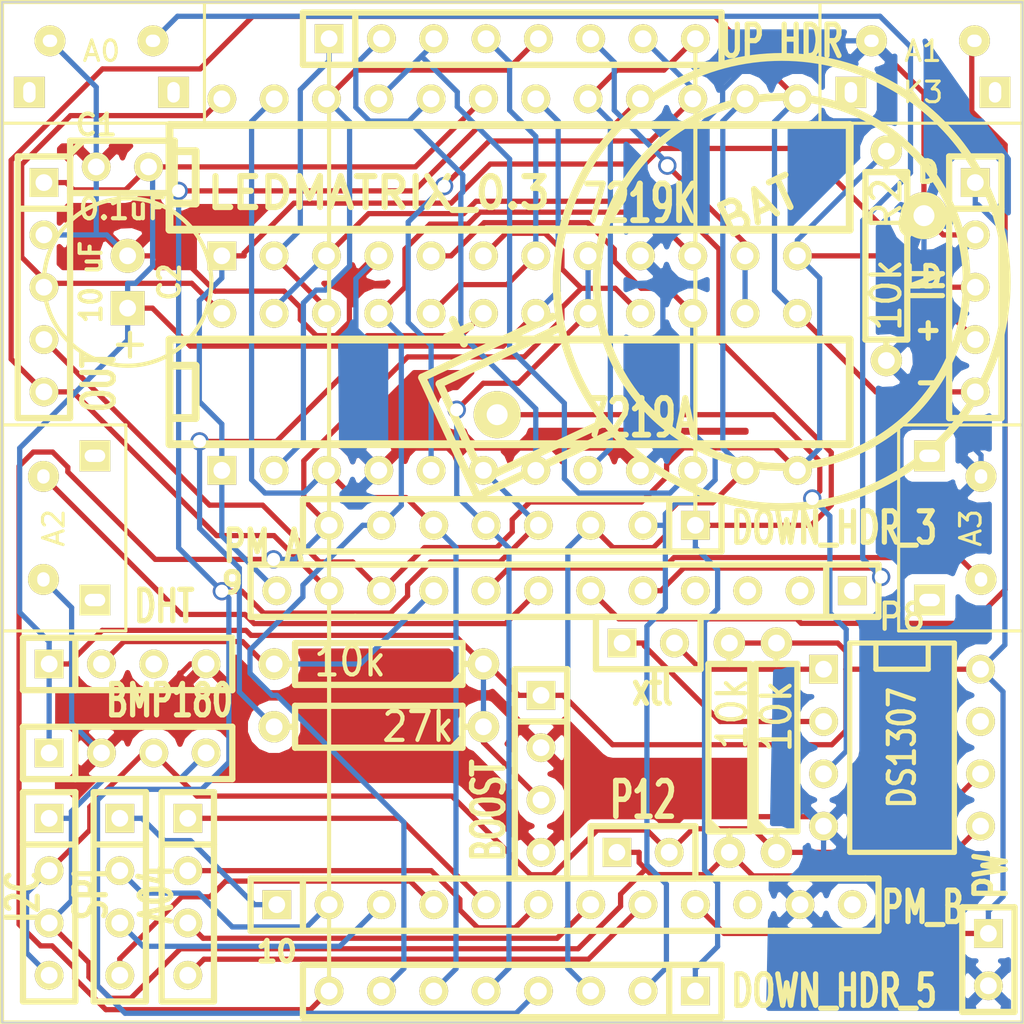
<source format=kicad_pcb>
(kicad_pcb (version 3) (host pcbnew "(2013-07-07 BZR 4022)-stable")

  (general
    (links 119)
    (no_connects 0)
    (area 183.646999 72.576999 239.1283 122.707401)
    (thickness 1.6)
    (drawings 19)
    (tracks 550)
    (zones 0)
    (modules 31)
    (nets 42)
  )

  (page A4)
  (layers
    (15 F.Cu signal hide)
    (0 B.Cu signal hide)
    (17 F.Adhes user)
    (19 F.Paste user)
    (20 B.SilkS user hide)
    (21 F.SilkS user)
    (22 B.Mask user)
    (23 F.Mask user)
    (28 Edge.Cuts user)
  )

  (setup
    (last_trace_width 0.254)
    (trace_clearance 0.254)
    (zone_clearance 0.508)
    (zone_45_only no)
    (trace_min 0.254)
    (segment_width 0.2)
    (edge_width 0.1)
    (via_size 0.889)
    (via_drill 0.635)
    (via_min_size 0.889)
    (via_min_drill 0.508)
    (uvia_size 0.508)
    (uvia_drill 0.127)
    (uvias_allowed no)
    (uvia_min_size 0.508)
    (uvia_min_drill 0.127)
    (pcb_text_width 0.3)
    (pcb_text_size 1.5 1.5)
    (mod_edge_width 0.15)
    (mod_text_size 1 1)
    (mod_text_width 0.15)
    (pad_size 1.5 1.5)
    (pad_drill 0.7)
    (pad_to_mask_clearance 0)
    (aux_axis_origin 0 0)
    (visible_elements 7FFFFBFF)
    (pcbplotparams
      (layerselection 284196865)
      (usegerberextensions false)
      (excludeedgelayer true)
      (linewidth 0.150000)
      (plotframeref false)
      (viasonmask false)
      (mode 1)
      (useauxorigin false)
      (hpglpennumber 1)
      (hpglpenspeed 20)
      (hpglpendiameter 15)
      (hpglpenoverlay 2)
      (psnegative false)
      (psa4output false)
      (plotreference true)
      (plotvalue true)
      (plotothertext true)
      (plotinvisibletext false)
      (padsonsilk false)
      (subtractmaskfromsilk false)
      (outputformat 5)
      (mirror false)
      (drillshape 0)
      (scaleselection 1)
      (outputdirectory ""))
  )

  (net 0 "")
  (net 1 /1)
  (net 2 /10)
  (net 3 /11)
  (net 4 /12)
  (net 5 /13)
  (net 6 /14)
  (net 7 /15)
  (net 8 /16)
  (net 9 /2)
  (net 10 /3)
  (net 11 /4)
  (net 12 /5)
  (net 13 /6)
  (net 14 /7)
  (net 15 /8)
  (net 16 /9)
  (net 17 /A0)
  (net 18 /A1)
  (net 19 /A2)
  (net 20 /A3)
  (net 21 /A4_SDA)
  (net 22 /A5_SCL)
  (net 23 /CK)
  (net 24 /D10)
  (net 25 /D11)
  (net 26 /D12)
  (net 27 /D13)
  (net 28 /D2)
  (net 29 /D3)
  (net 30 /D4)
  (net 31 /D5)
  (net 32 /D6)
  (net 33 /D7)
  (net 34 /D9)
  (net 35 /DOUT)
  (net 36 /IS)
  (net 37 /VCCRTC)
  (net 38 GND)
  (net 39 N-0000034)
  (net 40 N-0000039)
  (net 41 VCC)

  (net_class Default "This is the default net class."
    (clearance 0.254)
    (trace_width 0.254)
    (via_dia 0.889)
    (via_drill 0.635)
    (uvia_dia 0.508)
    (uvia_drill 0.127)
    (add_net "")
    (add_net /1)
    (add_net /10)
    (add_net /11)
    (add_net /12)
    (add_net /13)
    (add_net /14)
    (add_net /15)
    (add_net /16)
    (add_net /2)
    (add_net /3)
    (add_net /4)
    (add_net /5)
    (add_net /6)
    (add_net /7)
    (add_net /8)
    (add_net /9)
    (add_net /A0)
    (add_net /A1)
    (add_net /A2)
    (add_net /A3)
    (add_net /A4_SDA)
    (add_net /A5_SCL)
    (add_net /CK)
    (add_net /D10)
    (add_net /D11)
    (add_net /D12)
    (add_net /D13)
    (add_net /D2)
    (add_net /D3)
    (add_net /D4)
    (add_net /D5)
    (add_net /D6)
    (add_net /D7)
    (add_net /D9)
    (add_net /DOUT)
    (add_net /IS)
    (add_net /VCCRTC)
    (add_net GND)
    (add_net N-0000034)
    (add_net N-0000039)
    (add_net VCC)
  )

  (module SIL-8 (layer F.Cu) (tedit 5388D1AB) (tstamp 532E06B0)
    (at 208.915 74.803)
    (descr "Connecteur 8 pins")
    (tags "CONN DEV")
    (path /532DF209)
    (fp_text reference P1 (at 12.065 0.127) (layer F.SilkS) hide
      (effects (font (size 1.72974 1.08712) (thickness 0.27178)))
    )
    (fp_text value "UP HDR" (at 13.081 0.127) (layer F.SilkS)
      (effects (font (size 1.524 1.016) (thickness 0.3048)))
    )
    (fp_line (start -10.16 -1.27) (end 10.16 -1.27) (layer F.SilkS) (width 0.3048))
    (fp_line (start 10.16 -1.27) (end 10.16 1.27) (layer F.SilkS) (width 0.3048))
    (fp_line (start 10.16 1.27) (end -10.16 1.27) (layer F.SilkS) (width 0.3048))
    (fp_line (start -10.16 1.27) (end -10.16 -1.27) (layer F.SilkS) (width 0.3048))
    (fp_line (start -7.62 1.27) (end -7.62 -1.27) (layer F.SilkS) (width 0.3048))
    (pad 1 thru_hole rect (at -8.89 0) (size 1.397 1.397) (drill 0.8128)
      (layers *.Cu *.Mask F.SilkS)
      (net 16 /9)
    )
    (pad 2 thru_hole circle (at -6.35 0) (size 1.397 1.397) (drill 0.8128)
      (layers *.Cu *.Mask F.SilkS)
      (net 2 /10)
    )
    (pad 3 thru_hole circle (at -3.81 0) (size 1.397 1.397) (drill 0.8128)
      (layers *.Cu *.Mask F.SilkS)
      (net 3 /11)
    )
    (pad 4 thru_hole circle (at -1.27 0) (size 1.397 1.397) (drill 0.8128)
      (layers *.Cu *.Mask F.SilkS)
      (net 4 /12)
    )
    (pad 5 thru_hole circle (at 1.27 0) (size 1.397 1.397) (drill 0.8128)
      (layers *.Cu *.Mask F.SilkS)
      (net 5 /13)
    )
    (pad 6 thru_hole circle (at 3.81 0) (size 1.397 1.397) (drill 0.8128)
      (layers *.Cu *.Mask F.SilkS)
      (net 6 /14)
    )
    (pad 7 thru_hole circle (at 6.35 0) (size 1.397 1.397) (drill 0.8128)
      (layers *.Cu *.Mask F.SilkS)
      (net 7 /15)
    )
    (pad 8 thru_hole circle (at 8.89 0) (size 1.397 1.397) (drill 0.8128)
      (layers *.Cu *.Mask F.SilkS)
      (net 8 /16)
    )
  )

  (module SIL-8 (layer F.Cu) (tedit 5339E88E) (tstamp 532E06C1)
    (at 208.915 121.031 180)
    (descr "Connecteur 8 pins")
    (tags "CONN DEV")
    (path /532DF24C)
    (fp_text reference P2 (at 11.43 -0.254 180) (layer F.SilkS) hide
      (effects (font (size 1.72974 1.08712) (thickness 0.27178)))
    )
    (fp_text value DOWN_HDR_5 (at -15.621 0 180) (layer F.SilkS)
      (effects (font (size 1.524 1.016) (thickness 0.3048)))
    )
    (fp_line (start -10.16 -1.27) (end 10.16 -1.27) (layer F.SilkS) (width 0.3048))
    (fp_line (start 10.16 -1.27) (end 10.16 1.27) (layer F.SilkS) (width 0.3048))
    (fp_line (start 10.16 1.27) (end -10.16 1.27) (layer F.SilkS) (width 0.3048))
    (fp_line (start -10.16 1.27) (end -10.16 -1.27) (layer F.SilkS) (width 0.3048))
    (fp_line (start -7.62 1.27) (end -7.62 -1.27) (layer F.SilkS) (width 0.3048))
    (pad 1 thru_hole rect (at -8.89 0 180) (size 1.397 1.397) (drill 0.8128)
      (layers *.Cu *.Mask F.SilkS)
      (net 1 /1)
    )
    (pad 2 thru_hole circle (at -6.35 0 180) (size 1.397 1.397) (drill 0.8128)
      (layers *.Cu *.Mask F.SilkS)
      (net 9 /2)
    )
    (pad 3 thru_hole circle (at -3.81 0 180) (size 1.397 1.397) (drill 0.8128)
      (layers *.Cu *.Mask F.SilkS)
      (net 10 /3)
    )
    (pad 4 thru_hole circle (at -1.27 0 180) (size 1.397 1.397) (drill 0.8128)
      (layers *.Cu *.Mask F.SilkS)
      (net 11 /4)
    )
    (pad 5 thru_hole circle (at 1.27 0 180) (size 1.397 1.397) (drill 0.8128)
      (layers *.Cu *.Mask F.SilkS)
      (net 12 /5)
    )
    (pad 6 thru_hole circle (at 3.81 0 180) (size 1.397 1.397) (drill 0.8128)
      (layers *.Cu *.Mask F.SilkS)
      (net 13 /6)
    )
    (pad 7 thru_hole circle (at 6.35 0 180) (size 1.397 1.397) (drill 0.8128)
      (layers *.Cu *.Mask F.SilkS)
      (net 14 /7)
    )
    (pad 8 thru_hole circle (at 8.89 0 180) (size 1.397 1.397) (drill 0.8128)
      (layers *.Cu *.Mask F.SilkS)
      (net 15 /8)
    )
  )

  (module R4 (layer F.Cu) (tedit 5336147A) (tstamp 5388D9C7)
    (at 227.076 85.344 270)
    (descr "Resitance 4 pas")
    (tags R)
    (path /532DF8CE)
    (autoplace_cost180 10)
    (fp_text reference R2 (at -2.54 0 270) (layer F.SilkS)
      (effects (font (size 1.397 1.27) (thickness 0.2032)))
    )
    (fp_text value 10k (at 1.905 0 270) (layer F.SilkS)
      (effects (font (size 1.397 1.27) (thickness 0.2032)))
    )
    (fp_line (start -5.08 0) (end -4.064 0) (layer F.SilkS) (width 0.3048))
    (fp_line (start -4.064 0) (end -4.064 -1.016) (layer F.SilkS) (width 0.3048))
    (fp_line (start -4.064 -1.016) (end 4.064 -1.016) (layer F.SilkS) (width 0.3048))
    (fp_line (start 4.064 -1.016) (end 4.064 1.016) (layer F.SilkS) (width 0.3048))
    (fp_line (start 4.064 1.016) (end -4.064 1.016) (layer F.SilkS) (width 0.3048))
    (fp_line (start -4.064 1.016) (end -4.064 0) (layer F.SilkS) (width 0.3048))
    (fp_line (start -4.064 -0.508) (end -3.556 -1.016) (layer F.SilkS) (width 0.3048))
    (fp_line (start 5.08 0) (end 4.064 0) (layer F.SilkS) (width 0.3048))
    (pad 1 thru_hole circle (at -5.08 0 270) (size 1.524 1.524) (drill 0.8128)
      (layers *.Cu *.Mask F.SilkS)
      (net 33 /D7)
    )
    (pad 2 thru_hole circle (at 5.08 0 270) (size 1.524 1.524) (drill 0.8128)
      (layers *.Cu *.Mask F.SilkS)
      (net 38 GND)
    )
    (model discret/resistor.wrl
      (at (xyz 0 0 0))
      (scale (xyz 0.4 0.4 0.4))
      (rotate (xyz 0 0 0))
    )
  )

  (module R4 (layer F.Cu) (tedit 538A15DF) (tstamp 5388D140)
    (at 202.438 108.204 180)
    (descr "Resitance 4 pas")
    (tags R)
    (path /532DF9A8)
    (autoplace_cost180 10)
    (fp_text reference R1 (at 2.54 0 180) (layer F.SilkS) hide
      (effects (font (size 1.397 1.27) (thickness 0.2032)))
    )
    (fp_text value 27k (at -1.905 0 180) (layer F.SilkS)
      (effects (font (size 1.397 1.27) (thickness 0.2032)))
    )
    (fp_line (start -5.08 0) (end -4.064 0) (layer F.SilkS) (width 0.3048))
    (fp_line (start -4.064 0) (end -4.064 -1.016) (layer F.SilkS) (width 0.3048))
    (fp_line (start -4.064 -1.016) (end 4.064 -1.016) (layer F.SilkS) (width 0.3048))
    (fp_line (start 4.064 -1.016) (end 4.064 1.016) (layer F.SilkS) (width 0.3048))
    (fp_line (start 4.064 1.016) (end -4.064 1.016) (layer F.SilkS) (width 0.3048))
    (fp_line (start -4.064 1.016) (end -4.064 0) (layer F.SilkS) (width 0.3048))
    (fp_line (start -4.064 -0.508) (end -3.556 -1.016) (layer F.SilkS) (width 0.3048))
    (fp_line (start 5.08 0) (end 4.064 0) (layer F.SilkS) (width 0.3048))
    (pad 1 thru_hole circle (at -5.08 0 180) (size 1.524 1.524) (drill 0.8128)
      (layers *.Cu *.Mask F.SilkS)
      (net 41 VCC)
    )
    (pad 2 thru_hole circle (at 5.08 0 180) (size 1.524 1.524) (drill 0.8128)
      (layers *.Cu *.Mask F.SilkS)
      (net 36 /IS)
    )
    (model discret/resistor.wrl
      (at (xyz 0 0 0))
      (scale (xyz 0.4 0.4 0.4))
      (rotate (xyz 0 0 0))
    )
  )

  (module DIP-24__300 (layer F.Cu) (tedit 5389DF33) (tstamp 5389C55C)
    (at 208.788 81.534)
    (descr "24 pins DIL package, round pads")
    (tags DIL)
    (path /532D97A9)
    (fp_text reference U1 (at -8.89 -1.27) (layer F.SilkS) hide
      (effects (font (size 1.778 1.143) (thickness 0.28575)))
    )
    (fp_text value 7219K (at 6.35 1.27) (layer F.SilkS)
      (effects (font (size 1.778 1.143) (thickness 0.3048)))
    )
    (fp_line (start -16.51 -1.27) (end -15.24 -1.27) (layer F.SilkS) (width 0.381))
    (fp_line (start -15.24 -1.27) (end -15.24 1.27) (layer F.SilkS) (width 0.381))
    (fp_line (start -15.24 1.27) (end -16.51 1.27) (layer F.SilkS) (width 0.381))
    (fp_line (start -16.51 1.27) (end -16.51 1.27) (layer F.SilkS) (width 0.381))
    (fp_line (start -16.51 -2.54) (end 16.51 -2.54) (layer F.SilkS) (width 0.381))
    (fp_line (start 16.51 -2.54) (end 16.51 2.54) (layer F.SilkS) (width 0.381))
    (fp_line (start 16.51 2.54) (end -16.51 2.54) (layer F.SilkS) (width 0.381))
    (fp_line (start -16.51 2.54) (end -16.51 -2.54) (layer F.SilkS) (width 0.381))
    (pad 1 thru_hole rect (at -13.97 3.81) (size 1.397 1.397) (drill 0.8128)
      (layers *.Cu *.Mask F.SilkS)
      (net 34 /D9)
    )
    (pad 2 thru_hole circle (at -11.43 3.81) (size 1.397 1.397) (drill 0.8128)
      (layers *.Cu *.Mask F.SilkS)
      (net 16 /9)
    )
    (pad 3 thru_hole circle (at -8.89 3.81) (size 1.397 1.397) (drill 0.8128)
      (layers *.Cu *.Mask F.SilkS)
      (net 1 /1)
    )
    (pad 4 thru_hole circle (at -6.35 3.81) (size 1.397 1.397) (drill 0.8128)
      (layers *.Cu *.Mask F.SilkS)
      (net 38 GND)
    )
    (pad 5 thru_hole circle (at -3.81 3.81) (size 1.397 1.397) (drill 0.8128)
      (layers *.Cu *.Mask F.SilkS)
      (net 9 /2)
    )
    (pad 6 thru_hole circle (at -1.27 3.81) (size 1.397 1.397) (drill 0.8128)
      (layers *.Cu *.Mask F.SilkS)
      (net 15 /8)
    )
    (pad 7 thru_hole circle (at 1.27 3.81) (size 1.397 1.397) (drill 0.8128)
      (layers *.Cu *.Mask F.SilkS)
      (net 4 /12)
    )
    (pad 8 thru_hole circle (at 3.81 3.81) (size 1.397 1.397) (drill 0.8128)
      (layers *.Cu *.Mask F.SilkS)
      (net 12 /5)
    )
    (pad 9 thru_hole circle (at 6.35 3.81) (size 1.397 1.397) (drill 0.8128)
      (layers *.Cu *.Mask F.SilkS)
      (net 38 GND)
    )
    (pad 10 thru_hole circle (at 8.89 3.81) (size 1.397 1.397) (drill 0.8128)
      (layers *.Cu *.Mask F.SilkS)
      (net 14 /7)
    )
    (pad 11 thru_hole circle (at 11.43 3.81) (size 1.397 1.397) (drill 0.8128)
      (layers *.Cu *.Mask F.SilkS)
      (net 6 /14)
    )
    (pad 12 thru_hole circle (at 13.97 3.81) (size 1.397 1.397) (drill 0.8128)
      (layers *.Cu *.Mask F.SilkS)
      (net 33 /D7)
    )
    (pad 13 thru_hole circle (at 13.97 -3.81) (size 1.397 1.397) (drill 0.8128)
      (layers *.Cu *.Mask F.SilkS)
      (net 23 /CK)
    )
    (pad 14 thru_hole circle (at 11.43 -3.81) (size 1.397 1.397) (drill 0.8128)
      (layers *.Cu *.Mask F.SilkS)
      (net 10 /3)
    )
    (pad 15 thru_hole circle (at 8.89 -3.81) (size 1.397 1.397) (drill 0.8128)
      (layers *.Cu *.Mask F.SilkS)
      (net 7 /15)
    )
    (pad 16 thru_hole circle (at 6.35 -3.81) (size 1.397 1.397) (drill 0.8128)
      (layers *.Cu *.Mask F.SilkS)
      (net 11 /4)
    )
    (pad 17 thru_hole circle (at 3.81 -3.81) (size 1.397 1.397) (drill 0.8128)
      (layers *.Cu *.Mask F.SilkS)
      (net 8 /16)
    )
    (pad 18 thru_hole circle (at 1.27 -3.81) (size 1.397 1.397) (drill 0.8128)
      (layers *.Cu *.Mask F.SilkS)
      (net 36 /IS)
    )
    (pad 19 thru_hole circle (at -1.27 -3.81) (size 1.397 1.397) (drill 0.8128)
      (layers *.Cu *.Mask F.SilkS)
      (net 41 VCC)
    )
    (pad 20 thru_hole circle (at -3.81 -3.81) (size 1.397 1.397) (drill 0.8128)
      (layers *.Cu *.Mask F.SilkS)
      (net 2 /10)
    )
    (pad 21 thru_hole circle (at -6.35 -3.81) (size 1.397 1.397) (drill 0.8128)
      (layers *.Cu *.Mask F.SilkS)
      (net 3 /11)
    )
    (pad 22 thru_hole circle (at -8.89 -3.81) (size 1.397 1.397) (drill 0.8128)
      (layers *.Cu *.Mask F.SilkS)
      (net 5 /13)
    )
    (pad 23 thru_hole circle (at -11.43 -3.81) (size 1.397 1.397) (drill 0.8128)
      (layers *.Cu *.Mask F.SilkS)
      (net 13 /6)
    )
    (pad 24 thru_hole circle (at -13.97 -3.81) (size 1.397 1.397) (drill 0.8128)
      (layers *.Cu *.Mask F.SilkS)
      (net 35 /DOUT)
    )
    (model dil/dil_24-w300.wrl
      (at (xyz 0 0 0))
      (scale (xyz 1 1 1))
      (rotate (xyz 0 0 0))
    )
  )

  (module C1V8 (layer F.Cu) (tedit 3DD3A719) (tstamp 532E0727)
    (at 190.246 86.614 90)
    (path /532DF9C6)
    (fp_text reference C2 (at 0 2.032 90) (layer F.SilkS)
      (effects (font (size 1.016 0.889) (thickness 0.2032)))
    )
    (fp_text value "10 uF" (at 0 -1.77546 90) (layer F.SilkS)
      (effects (font (size 1.016 0.889) (thickness 0.2032)))
    )
    (fp_text user + (at -3.04546 0 90) (layer F.SilkS)
      (effects (font (size 1.524 1.524) (thickness 0.2032)))
    )
    (fp_circle (center 0 0) (end 4.064 0) (layer F.SilkS) (width 0.2032))
    (pad 1 thru_hole rect (at -1.27 0 90) (size 1.651 1.651) (drill 0.8128)
      (layers *.Cu *.Mask F.SilkS)
      (net 41 VCC)
    )
    (pad 2 thru_hole circle (at 1.27 0 90) (size 1.651 1.651) (drill 0.8128)
      (layers *.Cu *.Mask F.SilkS)
      (net 38 GND)
    )
    (model discret/c_vert_c1v8.wrl
      (at (xyz 0 0 0))
      (scale (xyz 1 1 1))
      (rotate (xyz 0 0 0))
    )
  )

  (module C1 (layer F.Cu) (tedit 5389DF64) (tstamp 532E0732)
    (at 189.992 81.026)
    (descr "Condensateur e = 1 pas")
    (tags C)
    (path /532DF9B7)
    (fp_text reference C1 (at -1.27 -2.032) (layer F.SilkS)
      (effects (font (size 1.016 1.016) (thickness 0.2032)))
    )
    (fp_text value 0.1uF (at 0 2.032) (layer F.SilkS)
      (effects (font (size 1.016 1.016) (thickness 0.2032)))
    )
    (fp_line (start -2.4892 -1.27) (end 2.54 -1.27) (layer F.SilkS) (width 0.3048))
    (fp_line (start 2.54 -1.27) (end 2.54 1.27) (layer F.SilkS) (width 0.3048))
    (fp_line (start 2.54 1.27) (end -2.54 1.27) (layer F.SilkS) (width 0.3048))
    (fp_line (start -2.54 1.27) (end -2.54 -1.27) (layer F.SilkS) (width 0.3048))
    (fp_line (start -2.54 -0.635) (end -1.905 -1.27) (layer F.SilkS) (width 0.3048))
    (pad 1 thru_hole circle (at -1.27 0) (size 1.397 1.397) (drill 0.8128)
      (layers *.Cu *.Mask F.SilkS)
      (net 38 GND)
    )
    (pad 2 thru_hole circle (at 1.27 0) (size 1.397 1.397) (drill 0.8128)
      (layers *.Cu *.Mask F.SilkS)
      (net 41 VCC)
    )
    (model discret/capa_1_pas.wrl
      (at (xyz 0 0 0))
      (scale (xyz 1 1 1))
      (rotate (xyz 0 0 0))
    )
  )

  (module SIL-8 (layer F.Cu) (tedit 5388D757) (tstamp 532FA46A)
    (at 208.915 98.425 180)
    (descr "Connecteur 8 pins")
    (tags "CONN DEV")
    (path /532E2EFF)
    (fp_text reference P5 (at 9.525 2.54 180) (layer F.SilkS) hide
      (effects (font (size 1.72974 1.08712) (thickness 0.27178)))
    )
    (fp_text value DOWN_HDR_3 (at -15.621 -0.127 180) (layer F.SilkS)
      (effects (font (size 1.524 1.016) (thickness 0.3048)))
    )
    (fp_line (start -10.16 -1.27) (end 10.16 -1.27) (layer F.SilkS) (width 0.3048))
    (fp_line (start 10.16 -1.27) (end 10.16 1.27) (layer F.SilkS) (width 0.3048))
    (fp_line (start 10.16 1.27) (end -10.16 1.27) (layer F.SilkS) (width 0.3048))
    (fp_line (start -10.16 1.27) (end -10.16 -1.27) (layer F.SilkS) (width 0.3048))
    (fp_line (start -7.62 1.27) (end -7.62 -1.27) (layer F.SilkS) (width 0.3048))
    (pad 1 thru_hole rect (at -8.89 0 180) (size 1.397 1.397) (drill 0.8128)
      (layers *.Cu *.Mask F.SilkS)
      (net 1 /1)
    )
    (pad 2 thru_hole circle (at -6.35 0 180) (size 1.397 1.397) (drill 0.8128)
      (layers *.Cu *.Mask F.SilkS)
      (net 9 /2)
    )
    (pad 3 thru_hole circle (at -3.81 0 180) (size 1.397 1.397) (drill 0.8128)
      (layers *.Cu *.Mask F.SilkS)
      (net 10 /3)
    )
    (pad 4 thru_hole circle (at -1.27 0 180) (size 1.397 1.397) (drill 0.8128)
      (layers *.Cu *.Mask F.SilkS)
      (net 11 /4)
    )
    (pad 5 thru_hole circle (at 1.27 0 180) (size 1.397 1.397) (drill 0.8128)
      (layers *.Cu *.Mask F.SilkS)
      (net 12 /5)
    )
    (pad 6 thru_hole circle (at 3.81 0 180) (size 1.397 1.397) (drill 0.8128)
      (layers *.Cu *.Mask F.SilkS)
      (net 13 /6)
    )
    (pad 7 thru_hole circle (at 6.35 0 180) (size 1.397 1.397) (drill 0.8128)
      (layers *.Cu *.Mask F.SilkS)
      (net 14 /7)
    )
    (pad 8 thru_hole circle (at 8.89 0 180) (size 1.397 1.397) (drill 0.8128)
      (layers *.Cu *.Mask F.SilkS)
      (net 15 /8)
    )
  )

  (module SIL-12 (layer F.Cu) (tedit 5389E24A) (tstamp 532EDDAB)
    (at 211.455 116.84)
    (descr "Connecteur 12 pins")
    (tags "CONN DEV")
    (path /532ED603)
    (fp_text reference P7 (at 1.905 -2.54) (layer F.SilkS) hide
      (effects (font (size 1.72974 1.08712) (thickness 0.27178)))
    )
    (fp_text value PM_B (at 17.399 0.127) (layer F.SilkS)
      (effects (font (size 1.524 1.016) (thickness 0.3048)))
    )
    (fp_line (start -15.24 1.27) (end -15.24 1.27) (layer F.SilkS) (width 0.3048))
    (fp_line (start -15.24 1.27) (end -15.24 -1.27) (layer F.SilkS) (width 0.3048))
    (fp_line (start -15.24 -1.27) (end 10.16 -1.27) (layer F.SilkS) (width 0.3048))
    (fp_line (start 10.16 1.27) (end -15.24 1.27) (layer F.SilkS) (width 0.3048))
    (fp_line (start -12.7 1.27) (end -12.7 -1.27) (layer F.SilkS) (width 0.3048))
    (fp_line (start 10.16 -1.27) (end 14.605 -1.27) (layer F.SilkS) (width 0.3048))
    (fp_line (start 14.605 -1.27) (end 15.24 -1.27) (layer F.SilkS) (width 0.3048))
    (fp_line (start 15.24 -1.27) (end 15.24 1.27) (layer F.SilkS) (width 0.3048))
    (fp_line (start 15.24 1.27) (end 10.16 1.27) (layer F.SilkS) (width 0.3048))
    (pad 1 thru_hole rect (at -13.97 0) (size 1.397 1.397) (drill 0.8128)
      (layers *.Cu *.Mask F.SilkS)
      (net 24 /D10)
    )
    (pad 2 thru_hole circle (at -11.43 0) (size 1.397 1.397) (drill 0.8128)
      (layers *.Cu *.Mask F.SilkS)
      (net 25 /D11)
    )
    (pad 3 thru_hole circle (at -8.89 0) (size 1.397 1.397) (drill 0.8128)
      (layers *.Cu *.Mask F.SilkS)
      (net 26 /D12)
    )
    (pad 4 thru_hole circle (at -6.35 0) (size 1.397 1.397) (drill 0.8128)
      (layers *.Cu *.Mask F.SilkS)
      (net 27 /D13)
    )
    (pad 5 thru_hole circle (at -3.81 0) (size 1.397 1.397) (drill 0.8128)
      (layers *.Cu *.Mask F.SilkS)
      (net 17 /A0)
    )
    (pad 6 thru_hole circle (at -1.27 0) (size 1.397 1.397) (drill 0.8128)
      (layers *.Cu *.Mask F.SilkS)
      (net 18 /A1)
    )
    (pad 7 thru_hole circle (at 1.27 0) (size 1.397 1.397) (drill 0.8128)
      (layers *.Cu *.Mask F.SilkS)
      (net 19 /A2)
    )
    (pad 8 thru_hole circle (at 3.81 0) (size 1.397 1.397) (drill 0.8128)
      (layers *.Cu *.Mask F.SilkS)
      (net 20 /A3)
    )
    (pad 9 thru_hole circle (at 6.35 0) (size 1.397 1.397) (drill 0.8128)
      (layers *.Cu *.Mask F.SilkS)
      (net 41 VCC)
    )
    (pad 10 thru_hole circle (at 8.89 0) (size 1.397 1.397) (drill 0.8128)
      (layers *.Cu *.Mask F.SilkS)
    )
    (pad 11 thru_hole circle (at 11.43 0) (size 1.397 1.397) (drill 0.8128)
      (layers *.Cu *.Mask F.SilkS)
      (net 38 GND)
    )
    (pad 12 thru_hole circle (at 13.97 0) (size 1.397 1.397) (drill 0.8128)
      (layers *.Cu *.Mask F.SilkS)
    )
    (model pin_array\pins_array_12x1.wrl
      (at (xyz 0 0 0))
      (scale (xyz 1 1 1))
      (rotate (xyz 0 0 0))
    )
  )

  (module SIL-12 (layer F.Cu) (tedit 538A05E9) (tstamp 532ED7E9)
    (at 211.455 101.6 180)
    (descr "Connecteur 12 pins")
    (tags "CONN DEV")
    (path /532ED908)
    (fp_text reference P6 (at -1.27 -3.175 180) (layer F.SilkS) hide
      (effects (font (size 1.72974 1.08712) (thickness 0.27178)))
    )
    (fp_text value PM_A (at 14.605 2.159 180) (layer F.SilkS)
      (effects (font (size 1.524 1.016) (thickness 0.3048)))
    )
    (fp_line (start -15.24 1.27) (end -15.24 1.27) (layer F.SilkS) (width 0.3048))
    (fp_line (start -15.24 1.27) (end -15.24 -1.27) (layer F.SilkS) (width 0.3048))
    (fp_line (start -15.24 -1.27) (end 10.16 -1.27) (layer F.SilkS) (width 0.3048))
    (fp_line (start 10.16 1.27) (end -15.24 1.27) (layer F.SilkS) (width 0.3048))
    (fp_line (start -12.7 1.27) (end -12.7 -1.27) (layer F.SilkS) (width 0.3048))
    (fp_line (start 10.16 -1.27) (end 14.605 -1.27) (layer F.SilkS) (width 0.3048))
    (fp_line (start 14.605 -1.27) (end 15.24 -1.27) (layer F.SilkS) (width 0.3048))
    (fp_line (start 15.24 -1.27) (end 15.24 1.27) (layer F.SilkS) (width 0.3048))
    (fp_line (start 15.24 1.27) (end 10.16 1.27) (layer F.SilkS) (width 0.3048))
    (pad 1 thru_hole rect (at -13.97 0 180) (size 1.397 1.397) (drill 0.8128)
      (layers *.Cu *.Mask F.SilkS)
    )
    (pad 2 thru_hole circle (at -11.43 0 180) (size 1.397 1.397) (drill 0.8128)
      (layers *.Cu *.Mask F.SilkS)
    )
    (pad 3 thru_hole circle (at -8.89 0 180) (size 1.397 1.397) (drill 0.8128)
      (layers *.Cu *.Mask F.SilkS)
    )
    (pad 4 thru_hole circle (at -6.35 0 180) (size 1.397 1.397) (drill 0.8128)
      (layers *.Cu *.Mask F.SilkS)
    )
    (pad 5 thru_hole circle (at -3.81 0 180) (size 1.397 1.397) (drill 0.8128)
      (layers *.Cu *.Mask F.SilkS)
      (net 28 /D2)
    )
    (pad 6 thru_hole circle (at -1.27 0 180) (size 1.397 1.397) (drill 0.8128)
      (layers *.Cu *.Mask F.SilkS)
      (net 29 /D3)
    )
    (pad 7 thru_hole circle (at 1.27 0 180) (size 1.397 1.397) (drill 0.8128)
      (layers *.Cu *.Mask F.SilkS)
      (net 30 /D4)
    )
    (pad 8 thru_hole circle (at 3.81 0 180) (size 1.397 1.397) (drill 0.8128)
      (layers *.Cu *.Mask F.SilkS)
      (net 31 /D5)
    )
    (pad 9 thru_hole circle (at 6.35 0 180) (size 1.397 1.397) (drill 0.8128)
      (layers *.Cu *.Mask F.SilkS)
      (net 32 /D6)
    )
    (pad 10 thru_hole circle (at 8.89 0 180) (size 1.397 1.397) (drill 0.8128)
      (layers *.Cu *.Mask F.SilkS)
      (net 33 /D7)
    )
    (pad 11 thru_hole circle (at 11.43 0 180) (size 1.397 1.397) (drill 0.8128)
      (layers *.Cu *.Mask F.SilkS)
      (net 23 /CK)
    )
    (pad 12 thru_hole circle (at 13.97 0 180) (size 1.397 1.397) (drill 0.8128)
      (layers *.Cu *.Mask F.SilkS)
      (net 34 /D9)
    )
    (model pin_array\pins_array_12x1.wrl
      (at (xyz 0 0 0))
      (scale (xyz 1 1 1))
      (rotate (xyz 0 0 0))
    )
  )

  (module DIP-24__300 (layer F.Cu) (tedit 5389DF2C) (tstamp 5388CD50)
    (at 208.788 91.948)
    (descr "24 pins DIL package, round pads")
    (tags DIL)
    (path /5389174A)
    (fp_text reference U2 (at -8.89 -1.27) (layer F.SilkS) hide
      (effects (font (size 1.778 1.143) (thickness 0.28575)))
    )
    (fp_text value 7219A (at 6.35 1.27) (layer F.SilkS)
      (effects (font (size 1.778 1.143) (thickness 0.3048)))
    )
    (fp_line (start -16.51 -1.27) (end -15.24 -1.27) (layer F.SilkS) (width 0.381))
    (fp_line (start -15.24 -1.27) (end -15.24 1.27) (layer F.SilkS) (width 0.381))
    (fp_line (start -15.24 1.27) (end -16.51 1.27) (layer F.SilkS) (width 0.381))
    (fp_line (start -16.51 1.27) (end -16.51 1.27) (layer F.SilkS) (width 0.381))
    (fp_line (start -16.51 -2.54) (end 16.51 -2.54) (layer F.SilkS) (width 0.381))
    (fp_line (start 16.51 -2.54) (end 16.51 2.54) (layer F.SilkS) (width 0.381))
    (fp_line (start 16.51 2.54) (end -16.51 2.54) (layer F.SilkS) (width 0.381))
    (fp_line (start -16.51 2.54) (end -16.51 -2.54) (layer F.SilkS) (width 0.381))
    (pad 1 thru_hole rect (at -13.97 3.81) (size 1.397 1.397) (drill 0.8128)
      (layers *.Cu *.Mask F.SilkS)
      (net 34 /D9)
    )
    (pad 2 thru_hole circle (at -11.43 3.81) (size 1.397 1.397) (drill 0.8128)
      (layers *.Cu *.Mask F.SilkS)
      (net 5 /13)
    )
    (pad 3 thru_hole circle (at -8.89 3.81) (size 1.397 1.397) (drill 0.8128)
      (layers *.Cu *.Mask F.SilkS)
      (net 13 /6)
    )
    (pad 4 thru_hole circle (at -6.35 3.81) (size 1.397 1.397) (drill 0.8128)
      (layers *.Cu *.Mask F.SilkS)
      (net 38 GND)
    )
    (pad 5 thru_hole circle (at -3.81 3.81) (size 1.397 1.397) (drill 0.8128)
      (layers *.Cu *.Mask F.SilkS)
      (net 7 /15)
    )
    (pad 6 thru_hole circle (at -1.27 3.81) (size 1.397 1.397) (drill 0.8128)
      (layers *.Cu *.Mask F.SilkS)
      (net 11 /4)
    )
    (pad 7 thru_hole circle (at 1.27 3.81) (size 1.397 1.397) (drill 0.8128)
      (layers *.Cu *.Mask F.SilkS)
      (net 2 /10)
    )
    (pad 8 thru_hole circle (at 3.81 3.81) (size 1.397 1.397) (drill 0.8128)
      (layers *.Cu *.Mask F.SilkS)
      (net 8 /16)
    )
    (pad 9 thru_hole circle (at 6.35 3.81) (size 1.397 1.397) (drill 0.8128)
      (layers *.Cu *.Mask F.SilkS)
      (net 38 GND)
    )
    (pad 10 thru_hole circle (at 8.89 3.81) (size 1.397 1.397) (drill 0.8128)
      (layers *.Cu *.Mask F.SilkS)
      (net 3 /11)
    )
    (pad 11 thru_hole circle (at 11.43 3.81) (size 1.397 1.397) (drill 0.8128)
      (layers *.Cu *.Mask F.SilkS)
      (net 10 /3)
    )
    (pad 12 thru_hole circle (at 13.97 3.81) (size 1.397 1.397) (drill 0.8128)
      (layers *.Cu *.Mask F.SilkS)
      (net 33 /D7)
    )
    (pad 13 thru_hole circle (at 13.97 -3.81) (size 1.397 1.397) (drill 0.8128)
      (layers *.Cu *.Mask F.SilkS)
      (net 23 /CK)
    )
    (pad 14 thru_hole circle (at 11.43 -3.81) (size 1.397 1.397) (drill 0.8128)
      (layers *.Cu *.Mask F.SilkS)
      (net 6 /14)
    )
    (pad 15 thru_hole circle (at 8.89 -3.81) (size 1.397 1.397) (drill 0.8128)
      (layers *.Cu *.Mask F.SilkS)
      (net 9 /2)
    )
    (pad 16 thru_hole circle (at 6.35 -3.81) (size 1.397 1.397) (drill 0.8128)
      (layers *.Cu *.Mask F.SilkS)
      (net 15 /8)
    )
    (pad 17 thru_hole circle (at 3.81 -3.81) (size 1.397 1.397) (drill 0.8128)
      (layers *.Cu *.Mask F.SilkS)
      (net 12 /5)
    )
    (pad 18 thru_hole circle (at 1.27 -3.81) (size 1.397 1.397) (drill 0.8128)
      (layers *.Cu *.Mask F.SilkS)
      (net 36 /IS)
    )
    (pad 19 thru_hole circle (at -1.27 -3.81) (size 1.397 1.397) (drill 0.8128)
      (layers *.Cu *.Mask F.SilkS)
      (net 41 VCC)
    )
    (pad 20 thru_hole circle (at -3.81 -3.81) (size 1.397 1.397) (drill 0.8128)
      (layers *.Cu *.Mask F.SilkS)
      (net 4 /12)
    )
    (pad 21 thru_hole circle (at -6.35 -3.81) (size 1.397 1.397) (drill 0.8128)
      (layers *.Cu *.Mask F.SilkS)
      (net 14 /7)
    )
    (pad 22 thru_hole circle (at -8.89 -3.81) (size 1.397 1.397) (drill 0.8128)
      (layers *.Cu *.Mask F.SilkS)
      (net 16 /9)
    )
    (pad 23 thru_hole circle (at -11.43 -3.81) (size 1.397 1.397) (drill 0.8128)
      (layers *.Cu *.Mask F.SilkS)
      (net 1 /1)
    )
    (pad 24 thru_hole circle (at -13.97 -3.81) (size 1.397 1.397) (drill 0.8128)
      (layers *.Cu *.Mask F.SilkS)
      (net 35 /DOUT)
    )
    (model dil/dil_24-w300.wrl
      (at (xyz 0 0 0))
      (scale (xyz 1 1 1))
      (rotate (xyz 0 0 0))
    )
  )

  (module SIL-4 (layer F.Cu) (tedit 5389DE4A) (tstamp 5388F058)
    (at 190.246 109.474)
    (descr "Connecteur 4 pibs")
    (tags "CONN DEV")
    (path /5389335F)
    (fp_text reference P10 (at -3.81 -2.54) (layer F.SilkS) hide
      (effects (font (size 1.73482 1.08712) (thickness 0.27178)))
    )
    (fp_text value BMP180 (at 2.032 -2.54) (layer F.SilkS)
      (effects (font (size 1.524 1.016) (thickness 0.254)))
    )
    (fp_line (start -5.08 -1.27) (end -5.08 -1.27) (layer F.SilkS) (width 0.3048))
    (fp_line (start -5.08 1.27) (end -5.08 -1.27) (layer F.SilkS) (width 0.3048))
    (fp_line (start -5.08 -1.27) (end -5.08 -1.27) (layer F.SilkS) (width 0.3048))
    (fp_line (start -5.08 -1.27) (end 5.08 -1.27) (layer F.SilkS) (width 0.3048))
    (fp_line (start 5.08 -1.27) (end 5.08 1.27) (layer F.SilkS) (width 0.3048))
    (fp_line (start 5.08 1.27) (end -5.08 1.27) (layer F.SilkS) (width 0.3048))
    (fp_line (start -2.54 1.27) (end -2.54 -1.27) (layer F.SilkS) (width 0.3048))
    (pad 1 thru_hole rect (at -3.81 0) (size 1.397 1.397) (drill 0.8128)
      (layers *.Cu *.Mask F.SilkS)
      (net 41 VCC)
    )
    (pad 2 thru_hole circle (at -1.27 0) (size 1.397 1.397) (drill 0.8128)
      (layers *.Cu *.Mask F.SilkS)
      (net 38 GND)
    )
    (pad 3 thru_hole circle (at 1.27 0) (size 1.397 1.397) (drill 0.8128)
      (layers *.Cu *.Mask F.SilkS)
      (net 22 /A5_SCL)
    )
    (pad 4 thru_hole circle (at 3.81 0) (size 1.397 1.397) (drill 0.8128)
      (layers *.Cu *.Mask F.SilkS)
      (net 21 /A4_SDA)
    )
  )

  (module SIL-2 (layer F.Cu) (tedit 200000) (tstamp 5388F071)
    (at 215.265 114.3)
    (descr "Connecteurs 2 pins")
    (tags "CONN DEV")
    (path /5389464A)
    (fp_text reference P12 (at 0 -2.54) (layer F.SilkS)
      (effects (font (size 1.72974 1.08712) (thickness 0.3048)))
    )
    (fp_text value PM_C (at 0 -2.54) (layer F.SilkS) hide
      (effects (font (size 1.524 1.016) (thickness 0.3048)))
    )
    (fp_line (start -2.54 1.27) (end -2.54 -1.27) (layer F.SilkS) (width 0.3048))
    (fp_line (start -2.54 -1.27) (end 2.54 -1.27) (layer F.SilkS) (width 0.3048))
    (fp_line (start 2.54 -1.27) (end 2.54 1.27) (layer F.SilkS) (width 0.3048))
    (fp_line (start 2.54 1.27) (end -2.54 1.27) (layer F.SilkS) (width 0.3048))
    (pad 1 thru_hole rect (at -1.27 0) (size 1.397 1.397) (drill 0.8128)
      (layers *.Cu *.Mask F.SilkS)
      (net 21 /A4_SDA)
    )
    (pad 2 thru_hole circle (at 1.27 0) (size 1.397 1.397) (drill 0.8128)
      (layers *.Cu *.Mask F.SilkS)
      (net 22 /A5_SCL)
    )
  )

  (module R4 (layer F.Cu) (tedit 538A15DA) (tstamp 53890A08)
    (at 202.438 105.156 180)
    (descr "Resitance 4 pas")
    (tags R)
    (path /538939BD)
    (autoplace_cost180 10)
    (fp_text reference R5 (at -2.413 0.127 180) (layer F.SilkS) hide
      (effects (font (size 1.397 1.27) (thickness 0.2032)))
    )
    (fp_text value 10k (at 1.397 0.127 180) (layer F.SilkS)
      (effects (font (size 1.397 1.27) (thickness 0.2032)))
    )
    (fp_line (start -5.08 0) (end -4.064 0) (layer F.SilkS) (width 0.3048))
    (fp_line (start -4.064 0) (end -4.064 -1.016) (layer F.SilkS) (width 0.3048))
    (fp_line (start -4.064 -1.016) (end 4.064 -1.016) (layer F.SilkS) (width 0.3048))
    (fp_line (start 4.064 -1.016) (end 4.064 1.016) (layer F.SilkS) (width 0.3048))
    (fp_line (start 4.064 1.016) (end -4.064 1.016) (layer F.SilkS) (width 0.3048))
    (fp_line (start -4.064 1.016) (end -4.064 0) (layer F.SilkS) (width 0.3048))
    (fp_line (start -4.064 -0.508) (end -3.556 -1.016) (layer F.SilkS) (width 0.3048))
    (fp_line (start 5.08 0) (end 4.064 0) (layer F.SilkS) (width 0.3048))
    (pad 1 thru_hole circle (at -5.08 0 180) (size 1.524 1.524) (drill 0.8128)
      (layers *.Cu *.Mask F.SilkS)
      (net 41 VCC)
    )
    (pad 2 thru_hole circle (at 5.08 0 180) (size 1.524 1.524) (drill 0.8128)
      (layers *.Cu *.Mask F.SilkS)
      (net 32 /D6)
    )
    (model discret/resistor.wrl
      (at (xyz 0 0 0))
      (scale (xyz 0.4 0.4 0.4))
      (rotate (xyz 0 0 0))
    )
  )

  (module R4 (layer F.Cu) (tedit 5389ED12) (tstamp 5388F097)
    (at 221.742 109.22 90)
    (descr "Resitance 4 pas")
    (tags R)
    (path /53894D40)
    (autoplace_cost180 10)
    (fp_text reference R3 (at -2.286 0.254 90) (layer F.SilkS) hide
      (effects (font (size 1.397 1.27) (thickness 0.2032)))
    )
    (fp_text value 10k (at 1.524 0 90) (layer F.SilkS)
      (effects (font (size 1.397 1.27) (thickness 0.2032)))
    )
    (fp_line (start -5.08 0) (end -4.064 0) (layer F.SilkS) (width 0.3048))
    (fp_line (start -4.064 0) (end -4.064 -1.016) (layer F.SilkS) (width 0.3048))
    (fp_line (start -4.064 -1.016) (end 4.064 -1.016) (layer F.SilkS) (width 0.3048))
    (fp_line (start 4.064 -1.016) (end 4.064 1.016) (layer F.SilkS) (width 0.3048))
    (fp_line (start 4.064 1.016) (end -4.064 1.016) (layer F.SilkS) (width 0.3048))
    (fp_line (start -4.064 1.016) (end -4.064 0) (layer F.SilkS) (width 0.3048))
    (fp_line (start -4.064 -0.508) (end -3.556 -1.016) (layer F.SilkS) (width 0.3048))
    (fp_line (start 5.08 0) (end 4.064 0) (layer F.SilkS) (width 0.3048))
    (pad 1 thru_hole circle (at -5.08 0 90) (size 1.524 1.524) (drill 0.8128)
      (layers *.Cu *.Mask F.SilkS)
      (net 22 /A5_SCL)
    )
    (pad 2 thru_hole circle (at 5.08 0 90) (size 1.524 1.524) (drill 0.8128)
      (layers *.Cu *.Mask F.SilkS)
      (net 41 VCC)
    )
    (model discret/resistor.wrl
      (at (xyz 0 0 0))
      (scale (xyz 0.4 0.4 0.4))
      (rotate (xyz 0 0 0))
    )
  )

  (module R4 (layer F.Cu) (tedit 5389ED0E) (tstamp 5388F0A5)
    (at 219.456 109.22 90)
    (descr "Resitance 4 pas")
    (tags R)
    (path /53894E02)
    (autoplace_cost180 10)
    (fp_text reference R4 (at -2.413 0.127 90) (layer F.SilkS) hide
      (effects (font (size 1.397 1.27) (thickness 0.2032)))
    )
    (fp_text value 10k (at 1.651 0.127 90) (layer F.SilkS)
      (effects (font (size 1.397 1.27) (thickness 0.2032)))
    )
    (fp_line (start -5.08 0) (end -4.064 0) (layer F.SilkS) (width 0.3048))
    (fp_line (start -4.064 0) (end -4.064 -1.016) (layer F.SilkS) (width 0.3048))
    (fp_line (start -4.064 -1.016) (end 4.064 -1.016) (layer F.SilkS) (width 0.3048))
    (fp_line (start 4.064 -1.016) (end 4.064 1.016) (layer F.SilkS) (width 0.3048))
    (fp_line (start 4.064 1.016) (end -4.064 1.016) (layer F.SilkS) (width 0.3048))
    (fp_line (start -4.064 1.016) (end -4.064 0) (layer F.SilkS) (width 0.3048))
    (fp_line (start -4.064 -0.508) (end -3.556 -1.016) (layer F.SilkS) (width 0.3048))
    (fp_line (start 5.08 0) (end 4.064 0) (layer F.SilkS) (width 0.3048))
    (pad 1 thru_hole circle (at -5.08 0 90) (size 1.524 1.524) (drill 0.8128)
      (layers *.Cu *.Mask F.SilkS)
      (net 21 /A4_SDA)
    )
    (pad 2 thru_hole circle (at 5.08 0 90) (size 1.524 1.524) (drill 0.8128)
      (layers *.Cu *.Mask F.SilkS)
      (net 41 VCC)
    )
    (model discret/resistor.wrl
      (at (xyz 0 0 0))
      (scale (xyz 0.4 0.4 0.4))
      (rotate (xyz 0 0 0))
    )
  )

  (module DIP-8__300 (layer F.Cu) (tedit 43A7F843) (tstamp 5388F0B8)
    (at 227.838 109.22 270)
    (descr "8 pins DIL package, round pads")
    (tags DIL)
    (path /53894A27)
    (fp_text reference P8 (at -6.35 0 360) (layer F.SilkS)
      (effects (font (size 1.27 1.143) (thickness 0.2032)))
    )
    (fp_text value DS1307 (at 0 0 270) (layer F.SilkS)
      (effects (font (size 1.27 1.016) (thickness 0.2032)))
    )
    (fp_line (start -5.08 -1.27) (end -3.81 -1.27) (layer F.SilkS) (width 0.254))
    (fp_line (start -3.81 -1.27) (end -3.81 1.27) (layer F.SilkS) (width 0.254))
    (fp_line (start -3.81 1.27) (end -5.08 1.27) (layer F.SilkS) (width 0.254))
    (fp_line (start -5.08 -2.54) (end 5.08 -2.54) (layer F.SilkS) (width 0.254))
    (fp_line (start 5.08 -2.54) (end 5.08 2.54) (layer F.SilkS) (width 0.254))
    (fp_line (start 5.08 2.54) (end -5.08 2.54) (layer F.SilkS) (width 0.254))
    (fp_line (start -5.08 2.54) (end -5.08 -2.54) (layer F.SilkS) (width 0.254))
    (pad 1 thru_hole rect (at -3.81 3.81 270) (size 1.397 1.397) (drill 0.8128)
      (layers *.Cu *.Mask F.SilkS)
      (net 39 N-0000034)
    )
    (pad 2 thru_hole circle (at -1.27 3.81 270) (size 1.397 1.397) (drill 0.8128)
      (layers *.Cu *.Mask F.SilkS)
      (net 40 N-0000039)
    )
    (pad 3 thru_hole circle (at 1.27 3.81 270) (size 1.397 1.397) (drill 0.8128)
      (layers *.Cu *.Mask F.SilkS)
      (net 37 /VCCRTC)
    )
    (pad 4 thru_hole circle (at 3.81 3.81 270) (size 1.397 1.397) (drill 0.8128)
      (layers *.Cu *.Mask F.SilkS)
      (net 38 GND)
    )
    (pad 5 thru_hole circle (at 3.81 -3.81 270) (size 1.397 1.397) (drill 0.8128)
      (layers *.Cu *.Mask F.SilkS)
      (net 21 /A4_SDA)
    )
    (pad 6 thru_hole circle (at 1.27 -3.81 270) (size 1.397 1.397) (drill 0.8128)
      (layers *.Cu *.Mask F.SilkS)
      (net 22 /A5_SCL)
    )
    (pad 7 thru_hole circle (at -1.27 -3.81 270) (size 1.397 1.397) (drill 0.8128)
      (layers *.Cu *.Mask F.SilkS)
    )
    (pad 8 thru_hole circle (at -3.81 -3.81 270) (size 1.397 1.397) (drill 0.8128)
      (layers *.Cu *.Mask F.SilkS)
      (net 41 VCC)
    )
    (model dil/dil_8.wrl
      (at (xyz 0 0 0))
      (scale (xyz 1 1 1))
      (rotate (xyz 0 0 0))
    )
  )

  (module CR2032H (layer F.Cu) (tedit 5389ED25) (tstamp 5389C4F6)
    (at 221.996 86.614 205)
    (path /53894956)
    (fp_text reference P11 (at -0.508 1.524 205) (layer F.SilkS) hide
      (effects (font (size 1.524 1.524) (thickness 0.3048)))
    )
    (fp_text value BAT (at -0.508 3.81 205) (layer F.SilkS)
      (effects (font (size 1.524 1.524) (thickness 0.3048)))
    )
    (fp_line (start 15.24 3.81) (end 15.24 5.08) (layer F.SilkS) (width 0.381))
    (fp_line (start 14.605 4.445) (end 15.875 4.445) (layer F.SilkS) (width 0.381))
    (fp_line (start 10.795 -2.54) (end 17.145 -2.54) (layer F.SilkS) (width 0.381))
    (fp_line (start 17.145 -2.54) (end 17.145 2.54) (layer F.SilkS) (width 0.381))
    (fp_line (start 17.145 2.54) (end 10.795 2.54) (layer F.SilkS) (width 0.381))
    (fp_line (start 17.145 -3.175) (end 17.78 -3.175) (layer F.SilkS) (width 0.381))
    (fp_line (start 17.78 -3.175) (end 17.78 3.175) (layer F.SilkS) (width 0.381))
    (fp_line (start 17.78 3.175) (end 17.145 3.175) (layer F.SilkS) (width 0.381))
    (fp_line (start 15.875 -3.175) (end 17.145 -3.175) (layer F.SilkS) (width 0.381))
    (fp_line (start 17.145 3.175) (end 10.795 3.175) (layer F.SilkS) (width 0.381))
    (fp_line (start 10.795 -3.175) (end 15.875 -3.175) (layer F.SilkS) (width 0.381))
    (fp_circle (center 0 0) (end -1.27 -8.89) (layer F.SilkS) (width 0.381))
    (fp_circle (center 0 0) (end 6.35 8.89) (layer F.SilkS) (width 0.381))
    (pad 2 thru_hole circle (at -7.62 0 205) (size 2.286 2.286) (drill 1.016)
      (layers *.Cu *.Mask F.SilkS)
      (net 38 GND)
    )
    (pad 1 thru_hole circle (at 15.24 0 205) (size 2.286 2.286) (drill 1.016)
      (layers *.Cu *.Mask F.SilkS)
      (net 37 /VCCRTC)
    )
  )

  (module SIL-4 (layer F.Cu) (tedit 538A1152) (tstamp 53890917)
    (at 190.246 105.156)
    (descr "Connecteur 4 pibs")
    (tags "CONN DEV")
    (path /5389363A)
    (fp_text reference P9 (at 1.143 -5.588) (layer F.SilkS) hide
      (effects (font (size 1.73482 1.08712) (thickness 0.27178)))
    )
    (fp_text value DHT (at 1.778 -2.794) (layer F.SilkS)
      (effects (font (size 1.524 1.016) (thickness 0.254)))
    )
    (fp_line (start -5.08 -1.27) (end -5.08 -1.27) (layer F.SilkS) (width 0.3048))
    (fp_line (start -5.08 1.27) (end -5.08 -1.27) (layer F.SilkS) (width 0.3048))
    (fp_line (start -5.08 -1.27) (end -5.08 -1.27) (layer F.SilkS) (width 0.3048))
    (fp_line (start -5.08 -1.27) (end 5.08 -1.27) (layer F.SilkS) (width 0.3048))
    (fp_line (start 5.08 -1.27) (end 5.08 1.27) (layer F.SilkS) (width 0.3048))
    (fp_line (start 5.08 1.27) (end -5.08 1.27) (layer F.SilkS) (width 0.3048))
    (fp_line (start -2.54 1.27) (end -2.54 -1.27) (layer F.SilkS) (width 0.3048))
    (pad 1 thru_hole rect (at -3.81 0) (size 1.397 1.397) (drill 0.8128)
      (layers *.Cu *.Mask F.SilkS)
      (net 41 VCC)
    )
    (pad 2 thru_hole circle (at -1.27 0) (size 1.397 1.397) (drill 0.8128)
      (layers *.Cu *.Mask F.SilkS)
      (net 32 /D6)
    )
    (pad 3 thru_hole circle (at 1.27 0) (size 1.397 1.397) (drill 0.8128)
      (layers *.Cu *.Mask F.SilkS)
    )
    (pad 4 thru_hole circle (at 3.81 0) (size 1.397 1.397) (drill 0.8128)
      (layers *.Cu *.Mask F.SilkS)
      (net 38 GND)
    )
  )

  (module SIL-4 (layer F.Cu) (tedit 538A0F46) (tstamp 53890AE9)
    (at 210.312 110.49 270)
    (descr "Connecteur 4 pibs")
    (tags "CONN DEV")
    (path /53890ACD)
    (fp_text reference P15 (at 1.905 -27.559 270) (layer F.SilkS) hide
      (effects (font (size 1.73482 1.08712) (thickness 0.27178)))
    )
    (fp_text value BOOST (at 1.778 2.54 270) (layer F.SilkS)
      (effects (font (size 1.524 1.016) (thickness 0.254)))
    )
    (fp_line (start -5.08 -1.27) (end -5.08 -1.27) (layer F.SilkS) (width 0.3048))
    (fp_line (start -5.08 1.27) (end -5.08 -1.27) (layer F.SilkS) (width 0.3048))
    (fp_line (start -5.08 -1.27) (end -5.08 -1.27) (layer F.SilkS) (width 0.3048))
    (fp_line (start -5.08 -1.27) (end 5.08 -1.27) (layer F.SilkS) (width 0.3048))
    (fp_line (start 5.08 -1.27) (end 5.08 1.27) (layer F.SilkS) (width 0.3048))
    (fp_line (start 5.08 1.27) (end -5.08 1.27) (layer F.SilkS) (width 0.3048))
    (fp_line (start -2.54 1.27) (end -2.54 -1.27) (layer F.SilkS) (width 0.3048))
    (pad 1 thru_hole rect (at -3.81 0 270) (size 1.397 1.397) (drill 0.8128)
      (layers *.Cu *.Mask F.SilkS)
      (net 41 VCC)
    )
    (pad 2 thru_hole circle (at -1.27 0 270) (size 1.397 1.397) (drill 0.8128)
      (layers *.Cu *.Mask F.SilkS)
      (net 38 GND)
    )
    (pad 3 thru_hole circle (at 1.27 0 270) (size 1.397 1.397) (drill 0.8128)
      (layers *.Cu *.Mask F.SilkS)
      (net 41 VCC)
    )
    (pad 4 thru_hole circle (at 3.81 0 270) (size 1.397 1.397) (drill 0.8128)
      (layers *.Cu *.Mask F.SilkS)
      (net 38 GND)
    )
  )

  (module pushbt (layer F.Cu) (tedit 5389DE91) (tstamp 5389BBEB)
    (at 233.172 98.552 90)
    (path /532F4A9D)
    (fp_text reference K1 (at 0 -4 90) (layer F.SilkS) hide
      (effects (font (size 1 1) (thickness 0.15)))
    )
    (fp_text value A3 (at 0 -2 90) (layer F.SilkS)
      (effects (font (size 1 1) (thickness 0.15)))
    )
    (fp_line (start -5 -5.5) (end -5 0.5) (layer F.SilkS) (width 0.15))
    (fp_line (start -5 0.5) (end 5 0.5) (layer F.SilkS) (width 0.15))
    (fp_line (start 5 0.5) (end 5 -5.5) (layer F.SilkS) (width 0.15))
    (fp_line (start 5 -5.5) (end -5 -5.5) (layer F.SilkS) (width 0.15))
    (pad 1 thru_hole circle (at -2.5 -1.5 90) (size 1.5 1.5) (drill oval 0.7 0.6)
      (layers *.Cu *.Mask F.SilkS)
      (net 31 /D5)
    )
    (pad 2 thru_hole circle (at 2.5 -1.5 90) (size 1.5 1.5) (drill oval 0.7 0.6)
      (layers *.Cu *.Mask F.SilkS)
      (net 38 GND)
    )
    (pad 3 thru_hole rect (at -3.5 -4 90) (size 1.5 1.5) (drill oval 0.6 1)
      (layers *.Cu *.Mask F.SilkS)
    )
    (pad 4 thru_hole rect (at 3.5 -4 90) (size 1.5 1.5) (drill oval 0.6 1)
      (layers *.Cu *.Mask F.SilkS)
    )
  )

  (module pushbt (layer F.Cu) (tedit 5389DF0B) (tstamp 5389C6D0)
    (at 184.658 98.552 270)
    (path /532F4AAC)
    (fp_text reference K2 (at 0 -4 270) (layer F.SilkS) hide
      (effects (font (size 1 1) (thickness 0.15)))
    )
    (fp_text value A2 (at 0 -2 270) (layer F.SilkS)
      (effects (font (size 1 1) (thickness 0.15)))
    )
    (fp_line (start -5 -5.5) (end -5 0.5) (layer F.SilkS) (width 0.15))
    (fp_line (start -5 0.5) (end 5 0.5) (layer F.SilkS) (width 0.15))
    (fp_line (start 5 0.5) (end 5 -5.5) (layer F.SilkS) (width 0.15))
    (fp_line (start 5 -5.5) (end -5 -5.5) (layer F.SilkS) (width 0.15))
    (pad 1 thru_hole circle (at -2.5 -1.5 270) (size 1.5 1.5) (drill oval 0.7 0.6)
      (layers *.Cu *.Mask F.SilkS)
      (net 30 /D4)
    )
    (pad 2 thru_hole circle (at 2.5 -1.5 270) (size 1.5 1.5) (drill oval 0.7 0.6)
      (layers *.Cu *.Mask F.SilkS)
      (net 38 GND)
    )
    (pad 3 thru_hole rect (at -3.5 -4 270) (size 1.5 1.5) (drill oval 0.6 1)
      (layers *.Cu *.Mask F.SilkS)
    )
    (pad 4 thru_hole rect (at 3.5 -4 270) (size 1.5 1.5) (drill oval 0.6 1)
      (layers *.Cu *.Mask F.SilkS)
    )
  )

  (module pushbt (layer F.Cu) (tedit 5389B8DC) (tstamp 5389BC03)
    (at 228.854 73.406 180)
    (path /532F4ABB)
    (fp_text reference K3 (at 0 -4 180) (layer F.SilkS)
      (effects (font (size 1 1) (thickness 0.15)))
    )
    (fp_text value A1 (at 0 -2 180) (layer F.SilkS)
      (effects (font (size 1 1) (thickness 0.15)))
    )
    (fp_line (start -5 -5.5) (end -5 0.5) (layer F.SilkS) (width 0.15))
    (fp_line (start -5 0.5) (end 5 0.5) (layer F.SilkS) (width 0.15))
    (fp_line (start 5 0.5) (end 5 -5.5) (layer F.SilkS) (width 0.15))
    (fp_line (start 5 -5.5) (end -5 -5.5) (layer F.SilkS) (width 0.15))
    (pad 1 thru_hole circle (at -2.5 -1.5 180) (size 1.5 1.5) (drill oval 0.7 0.6)
      (layers *.Cu *.Mask F.SilkS)
      (net 29 /D3)
    )
    (pad 2 thru_hole circle (at 2.5 -1.5 180) (size 1.5 1.5) (drill oval 0.7 0.6)
      (layers *.Cu *.Mask F.SilkS)
      (net 38 GND)
    )
    (pad 3 thru_hole rect (at -3.5 -4 180) (size 1.5 1.5) (drill oval 0.6 1)
      (layers *.Cu *.Mask F.SilkS)
    )
    (pad 4 thru_hole rect (at 3.5 -4 180) (size 1.5 1.5) (drill oval 0.6 1)
      (layers *.Cu *.Mask F.SilkS)
    )
  )

  (module pushbt (layer F.Cu) (tedit 5389DE83) (tstamp 5389BC0F)
    (at 188.976 73.406 180)
    (path /532F4FC7)
    (fp_text reference K4 (at 0 -4 180) (layer F.SilkS) hide
      (effects (font (size 1 1) (thickness 0.15)))
    )
    (fp_text value A0 (at 0 -2 180) (layer F.SilkS)
      (effects (font (size 1 1) (thickness 0.15)))
    )
    (fp_line (start -5 -5.5) (end -5 0.5) (layer F.SilkS) (width 0.15))
    (fp_line (start -5 0.5) (end 5 0.5) (layer F.SilkS) (width 0.15))
    (fp_line (start 5 0.5) (end 5 -5.5) (layer F.SilkS) (width 0.15))
    (fp_line (start 5 -5.5) (end -5 -5.5) (layer F.SilkS) (width 0.15))
    (pad 1 thru_hole circle (at -2.5 -1.5 180) (size 1.5 1.5) (drill oval 0.7 0.6)
      (layers *.Cu *.Mask F.SilkS)
      (net 28 /D2)
    )
    (pad 2 thru_hole circle (at 2.5 -1.5 180) (size 1.5 1.5) (drill oval 0.7 0.6)
      (layers *.Cu *.Mask F.SilkS)
      (net 38 GND)
    )
    (pad 3 thru_hole rect (at -3.5 -4 180) (size 1.5 1.5) (drill oval 0.6 1)
      (layers *.Cu *.Mask F.SilkS)
    )
    (pad 4 thru_hole rect (at 3.5 -4 180) (size 1.5 1.5) (drill oval 0.6 1)
      (layers *.Cu *.Mask F.SilkS)
    )
  )

  (module SIL-5 (layer F.Cu) (tedit 5389ED5F) (tstamp 5389BDC2)
    (at 186.182 88.138 270)
    (descr "Connecteur 5 pins")
    (tags "CONN DEV")
    (path /532E01AE)
    (fp_text reference P4 (at -0.635 -2.54 270) (layer F.SilkS) hide
      (effects (font (size 1.72974 1.08712) (thickness 0.27178)))
    )
    (fp_text value OUT (at 3.302 -2.667 270) (layer F.SilkS)
      (effects (font (size 1.524 1.016) (thickness 0.254)))
    )
    (fp_line (start -7.62 1.27) (end -7.62 -1.27) (layer F.SilkS) (width 0.3048))
    (fp_line (start -7.62 -1.27) (end 5.08 -1.27) (layer F.SilkS) (width 0.3048))
    (fp_line (start 5.08 -1.27) (end 5.08 1.27) (layer F.SilkS) (width 0.3048))
    (fp_line (start 5.08 1.27) (end -7.62 1.27) (layer F.SilkS) (width 0.3048))
    (fp_line (start -5.08 1.27) (end -5.08 -1.27) (layer F.SilkS) (width 0.3048))
    (pad 1 thru_hole rect (at -6.35 0 270) (size 1.397 1.397) (drill 0.8128)
      (layers *.Cu *.Mask F.SilkS)
      (net 41 VCC)
    )
    (pad 2 thru_hole circle (at -3.81 0 270) (size 1.397 1.397) (drill 0.8128)
      (layers *.Cu *.Mask F.SilkS)
      (net 38 GND)
    )
    (pad 3 thru_hole circle (at -1.27 0 270) (size 1.397 1.397) (drill 0.8128)
      (layers *.Cu *.Mask F.SilkS)
      (net 35 /DOUT)
    )
    (pad 4 thru_hole circle (at 1.27 0 270) (size 1.397 1.397) (drill 0.8128)
      (layers *.Cu *.Mask F.SilkS)
      (net 33 /D7)
    )
    (pad 5 thru_hole circle (at 3.81 0 270) (size 1.397 1.397) (drill 0.8128)
      (layers *.Cu *.Mask F.SilkS)
      (net 23 /CK)
    )
  )

  (module SIL-5 (layer F.Cu) (tedit 5389ED46) (tstamp 5389BDD0)
    (at 231.394 88.138 270)
    (descr "Connecteur 5 pins")
    (tags "CONN DEV")
    (path /532E01E0)
    (fp_text reference P3 (at 1.27 1.905 270) (layer F.SilkS) hide
      (effects (font (size 1.72974 1.08712) (thickness 0.27178)))
    )
    (fp_text value IN (at -1.397 2.286 270) (layer F.SilkS)
      (effects (font (size 1.524 1.016) (thickness 0.254)))
    )
    (fp_line (start -7.62 1.27) (end -7.62 -1.27) (layer F.SilkS) (width 0.3048))
    (fp_line (start -7.62 -1.27) (end 5.08 -1.27) (layer F.SilkS) (width 0.3048))
    (fp_line (start 5.08 -1.27) (end 5.08 1.27) (layer F.SilkS) (width 0.3048))
    (fp_line (start 5.08 1.27) (end -7.62 1.27) (layer F.SilkS) (width 0.3048))
    (fp_line (start -5.08 1.27) (end -5.08 -1.27) (layer F.SilkS) (width 0.3048))
    (pad 1 thru_hole rect (at -6.35 0 270) (size 1.397 1.397) (drill 0.8128)
      (layers *.Cu *.Mask F.SilkS)
      (net 41 VCC)
    )
    (pad 2 thru_hole circle (at -3.81 0 270) (size 1.397 1.397) (drill 0.8128)
      (layers *.Cu *.Mask F.SilkS)
      (net 38 GND)
    )
    (pad 3 thru_hole circle (at -1.27 0 270) (size 1.397 1.397) (drill 0.8128)
      (layers *.Cu *.Mask F.SilkS)
      (net 34 /D9)
    )
    (pad 4 thru_hole circle (at 1.27 0 270) (size 1.397 1.397) (drill 0.8128)
      (layers *.Cu *.Mask F.SilkS)
      (net 33 /D7)
    )
    (pad 5 thru_hole circle (at 3.81 0 270) (size 1.397 1.397) (drill 0.8128)
      (layers *.Cu *.Mask F.SilkS)
      (net 23 /CK)
    )
  )

  (module SIL-4 (layer F.Cu) (tedit 538A00B7) (tstamp 5389FBF5)
    (at 186.436 116.459 270)
    (descr "Connecteur 4 pibs")
    (tags "CONN DEV")
    (path /5389CD87)
    (fp_text reference P16 (at -3.683 -2.54 270) (layer F.SilkS) hide
      (effects (font (size 1.73482 1.08712) (thickness 0.27178)))
    )
    (fp_text value I2C (at 0 1.27 270) (layer F.SilkS)
      (effects (font (size 1.524 1.016) (thickness 0.254)))
    )
    (fp_line (start -5.08 -1.27) (end -5.08 -1.27) (layer F.SilkS) (width 0.3048))
    (fp_line (start -5.08 1.27) (end -5.08 -1.27) (layer F.SilkS) (width 0.3048))
    (fp_line (start -5.08 -1.27) (end -5.08 -1.27) (layer F.SilkS) (width 0.3048))
    (fp_line (start -5.08 -1.27) (end 5.08 -1.27) (layer F.SilkS) (width 0.3048))
    (fp_line (start 5.08 -1.27) (end 5.08 1.27) (layer F.SilkS) (width 0.3048))
    (fp_line (start 5.08 1.27) (end -5.08 1.27) (layer F.SilkS) (width 0.3048))
    (fp_line (start -2.54 1.27) (end -2.54 -1.27) (layer F.SilkS) (width 0.3048))
    (pad 1 thru_hole rect (at -3.81 0 270) (size 1.397 1.397) (drill 0.8128)
      (layers *.Cu *.Mask F.SilkS)
      (net 21 /A4_SDA)
    )
    (pad 2 thru_hole circle (at -1.27 0 270) (size 1.397 1.397) (drill 0.8128)
      (layers *.Cu *.Mask F.SilkS)
      (net 22 /A5_SCL)
    )
    (pad 3 thru_hole circle (at 1.27 0 270) (size 1.397 1.397) (drill 0.8128)
      (layers *.Cu *.Mask F.SilkS)
      (net 21 /A4_SDA)
    )
    (pad 4 thru_hole circle (at 3.81 0 270) (size 1.397 1.397) (drill 0.8128)
      (layers *.Cu *.Mask F.SilkS)
      (net 22 /A5_SCL)
    )
  )

  (module SIL-4 (layer F.Cu) (tedit 538A00BB) (tstamp 5389FC35)
    (at 189.865 116.459 270)
    (descr "Connecteur 4 pibs")
    (tags "CONN DEV")
    (path /5389CBEC)
    (fp_text reference P19 (at -3.683 -2.667 270) (layer F.SilkS) hide
      (effects (font (size 1.73482 1.08712) (thickness 0.27178)))
    )
    (fp_text value SPI (at -0.127 1.397 270) (layer F.SilkS)
      (effects (font (size 1.524 1.016) (thickness 0.254)))
    )
    (fp_line (start -5.08 -1.27) (end -5.08 -1.27) (layer F.SilkS) (width 0.3048))
    (fp_line (start -5.08 1.27) (end -5.08 -1.27) (layer F.SilkS) (width 0.3048))
    (fp_line (start -5.08 -1.27) (end -5.08 -1.27) (layer F.SilkS) (width 0.3048))
    (fp_line (start -5.08 -1.27) (end 5.08 -1.27) (layer F.SilkS) (width 0.3048))
    (fp_line (start 5.08 -1.27) (end 5.08 1.27) (layer F.SilkS) (width 0.3048))
    (fp_line (start 5.08 1.27) (end -5.08 1.27) (layer F.SilkS) (width 0.3048))
    (fp_line (start -2.54 1.27) (end -2.54 -1.27) (layer F.SilkS) (width 0.3048))
    (pad 1 thru_hole rect (at -3.81 0 270) (size 1.397 1.397) (drill 0.8128)
      (layers *.Cu *.Mask F.SilkS)
      (net 24 /D10)
    )
    (pad 2 thru_hole circle (at -1.27 0 270) (size 1.397 1.397) (drill 0.8128)
      (layers *.Cu *.Mask F.SilkS)
      (net 25 /D11)
    )
    (pad 3 thru_hole circle (at 1.27 0 270) (size 1.397 1.397) (drill 0.8128)
      (layers *.Cu *.Mask F.SilkS)
      (net 26 /D12)
    )
    (pad 4 thru_hole circle (at 3.81 0 270) (size 1.397 1.397) (drill 0.8128)
      (layers *.Cu *.Mask F.SilkS)
      (net 27 /D13)
    )
  )

  (module SIL-4 (layer F.Cu) (tedit 538A00C3) (tstamp 538A006F)
    (at 193.167 116.459 270)
    (descr "Connecteur 4 pibs")
    (tags "CONN DEV")
    (path /538A0533)
    (fp_text reference P13 (at -3.556 -2.667 270) (layer F.SilkS) hide
      (effects (font (size 1.73482 1.08712) (thickness 0.27178)))
    )
    (fp_text value A04 (at -0.127 1.524 270) (layer F.SilkS)
      (effects (font (size 1.524 1.016) (thickness 0.254)))
    )
    (fp_line (start -5.08 -1.27) (end -5.08 -1.27) (layer F.SilkS) (width 0.3048))
    (fp_line (start -5.08 1.27) (end -5.08 -1.27) (layer F.SilkS) (width 0.3048))
    (fp_line (start -5.08 -1.27) (end -5.08 -1.27) (layer F.SilkS) (width 0.3048))
    (fp_line (start -5.08 -1.27) (end 5.08 -1.27) (layer F.SilkS) (width 0.3048))
    (fp_line (start 5.08 -1.27) (end 5.08 1.27) (layer F.SilkS) (width 0.3048))
    (fp_line (start 5.08 1.27) (end -5.08 1.27) (layer F.SilkS) (width 0.3048))
    (fp_line (start -2.54 1.27) (end -2.54 -1.27) (layer F.SilkS) (width 0.3048))
    (pad 1 thru_hole rect (at -3.81 0 270) (size 1.397 1.397) (drill 0.8128)
      (layers *.Cu *.Mask F.SilkS)
      (net 17 /A0)
    )
    (pad 2 thru_hole circle (at -1.27 0 270) (size 1.397 1.397) (drill 0.8128)
      (layers *.Cu *.Mask F.SilkS)
      (net 18 /A1)
    )
    (pad 3 thru_hole circle (at 1.27 0 270) (size 1.397 1.397) (drill 0.8128)
      (layers *.Cu *.Mask F.SilkS)
      (net 19 /A2)
    )
    (pad 4 thru_hole circle (at 3.81 0 270) (size 1.397 1.397) (drill 0.8128)
      (layers *.Cu *.Mask F.SilkS)
      (net 20 /A3)
    )
  )

  (module SIL-2 (layer F.Cu) (tedit 538A067C) (tstamp 538A0671)
    (at 215.519 104.14)
    (descr "Connecteurs 2 pins")
    (tags "CONN DEV")
    (path /538A08CE)
    (fp_text reference P14 (at 5.156999 -0.182001) (layer F.SilkS) hide
      (effects (font (size 1.72974 1.08712) (thickness 0.27178)))
    )
    (fp_text value xtl (at 0.203999 2.230999) (layer F.SilkS)
      (effects (font (size 1.524 1.016) (thickness 0.254)))
    )
    (fp_line (start -2.54 1.27) (end -2.54 -1.27) (layer F.SilkS) (width 0.3048))
    (fp_line (start -2.54 -1.27) (end 2.54 -1.27) (layer F.SilkS) (width 0.3048))
    (fp_line (start 2.54 -1.27) (end 2.54 1.27) (layer F.SilkS) (width 0.3048))
    (fp_line (start 2.54 1.27) (end -2.54 1.27) (layer F.SilkS) (width 0.3048))
    (pad 1 thru_hole rect (at -1.27 0) (size 1.397 1.397) (drill 0.8128)
      (layers *.Cu *.Mask F.SilkS)
      (net 40 N-0000039)
    )
    (pad 2 thru_hole circle (at 1.27 0) (size 1.397 1.397) (drill 0.8128)
      (layers *.Cu *.Mask F.SilkS)
      (net 39 N-0000034)
    )
  )

  (module SIL-2 (layer F.Cu) (tedit 538A0F34) (tstamp 538A0F15)
    (at 232.029 119.507 270)
    (descr "Connecteurs 2 pins")
    (tags "CONN DEV")
    (path /538A0E1D)
    (fp_text reference K5 (at -1.016 -5.842 270) (layer F.SilkS) hide
      (effects (font (size 1.72974 1.08712) (thickness 0.27178)))
    )
    (fp_text value PW (at -4.064 -0.127 270) (layer F.SilkS)
      (effects (font (size 1.524 1.016) (thickness 0.254)))
    )
    (fp_line (start -2.54 1.27) (end -2.54 -1.27) (layer F.SilkS) (width 0.3048))
    (fp_line (start -2.54 -1.27) (end 2.54 -1.27) (layer F.SilkS) (width 0.3048))
    (fp_line (start 2.54 -1.27) (end 2.54 1.27) (layer F.SilkS) (width 0.3048))
    (fp_line (start 2.54 1.27) (end -2.54 1.27) (layer F.SilkS) (width 0.3048))
    (pad 1 thru_hole rect (at -1.27 0 270) (size 1.397 1.397) (drill 0.8128)
      (layers *.Cu *.Mask F.SilkS)
      (net 41 VCC)
    )
    (pad 2 thru_hole circle (at 1.27 0 270) (size 1.397 1.397) (drill 0.8128)
      (layers *.Cu *.Mask F.SilkS)
      (net 38 GND)
    )
  )

  (gr_text 9 (at 195.326 101.219) (layer F.SilkS)
    (effects (font (size 1 1) (thickness 0.25)))
  )
  (gr_text 10 (at 197.485 119.126) (layer F.SilkS)
    (effects (font (size 1 1) (thickness 0.25)))
  )
  (gr_text - (at 229.108 91.44) (layer F.SilkS)
    (effects (font (size 1 1) (thickness 0.25)) (justify mirror))
  )
  (gr_text + (at 229.108 88.9) (layer F.SilkS)
    (effects (font (size 1 1) (thickness 0.25)) (justify mirror))
  )
  (gr_text LD (at 228.854 86.36) (layer F.SilkS)
    (effects (font (size 1 1) (thickness 0.25)))
  )
  (gr_text CK (at 228.6 83.82) (layer F.SilkS)
    (effects (font (size 1 1) (thickness 0.25)))
  )
  (gr_text D (at 229.108 81.28) (layer F.SilkS)
    (effects (font (size 1 1) (thickness 0.25)))
  )
  (gr_text LEDMATRIX_0.3 (at 202.438 82.296) (layer F.SilkS)
    (effects (font (size 1.5 1.5) (thickness 0.3)))
  )
  (gr_line (start 184.15 122.555) (end 184.15 73.025) (angle 90) (layer Edge.Cuts) (width 0.1))
  (gr_line (start 233.68 122.555) (end 184.15 122.555) (angle 90) (layer Edge.Cuts) (width 0.1))
  (gr_line (start 233.68 73.025) (end 233.68 122.555) (angle 90) (layer Edge.Cuts) (width 0.1))
  (gr_line (start 184.15 73.025) (end 233.68 73.025) (angle 90) (layer Edge.Cuts) (width 0.1))
  (gr_line (start 233.68 73.025) (end 184.15 73.025) (angle 90) (layer F.SilkS) (width 0.2))
  (gr_line (start 233.68 122.555) (end 233.68 73.025) (angle 90) (layer F.SilkS) (width 0.2))
  (gr_line (start 184.15 122.555) (end 233.68 122.555) (angle 90) (layer F.SilkS) (width 0.2))
  (gr_line (start 184.15 73.025) (end 184.15 122.555) (angle 90) (layer F.SilkS) (width 0.2))
  (gr_line (start 217.805 98.425) (end 218.44 98.425) (angle 90) (layer F.SilkS) (width 0.2))
  (gr_line (start 217.805 74.295) (end 217.805 98.425) (angle 90) (layer F.SilkS) (width 0.2))
  (gr_line (start 200.025 74.295) (end 200.025 120.65) (angle 90) (layer F.SilkS) (width 0.2))

  (segment (start 197.358 87.884) (end 199.898 85.344) (width 0.254) (layer B.Cu) (net 1))
  (segment (start 197.358 88.138) (end 197.358 87.884) (width 0.254) (layer B.Cu) (net 1))
  (segment (start 217.805 98.425) (end 218.8848 98.425) (width 0.254) (layer F.Cu) (net 1))
  (segment (start 223.4187 98.425) (end 218.8848 98.425) (width 0.254) (layer F.Cu) (net 1))
  (segment (start 224.4018 97.4419) (end 223.4187 98.425) (width 0.254) (layer F.Cu) (net 1))
  (segment (start 224.4018 94.8908) (end 224.4018 97.4419) (width 0.254) (layer F.Cu) (net 1))
  (segment (start 218.948 89.437) (end 224.4018 94.8908) (width 0.254) (layer F.Cu) (net 1))
  (segment (start 218.948 85.0165) (end 218.948 89.437) (width 0.254) (layer F.Cu) (net 1))
  (segment (start 216.6274 82.6959) (end 218.948 85.0165) (width 0.254) (layer F.Cu) (net 1))
  (segment (start 207.1546 82.6959) (end 216.6274 82.6959) (width 0.254) (layer F.Cu) (net 1))
  (segment (start 206.5553 83.2952) (end 207.1546 82.6959) (width 0.254) (layer F.Cu) (net 1))
  (segment (start 201.9468 83.2952) (end 206.5553 83.2952) (width 0.254) (layer F.Cu) (net 1))
  (segment (start 199.898 85.344) (end 201.9468 83.2952) (width 0.254) (layer F.Cu) (net 1))
  (segment (start 218.8848 118.8714) (end 217.805 119.9512) (width 0.254) (layer B.Cu) (net 1))
  (segment (start 218.8848 115.7863) (end 218.8848 118.8714) (width 0.254) (layer B.Cu) (net 1))
  (segment (start 218.2497 115.1512) (end 218.8848 115.7863) (width 0.254) (layer B.Cu) (net 1))
  (segment (start 218.2497 103.1091) (end 218.2497 115.1512) (width 0.254) (layer B.Cu) (net 1))
  (segment (start 218.885 102.4738) (end 218.2497 103.1091) (width 0.254) (layer B.Cu) (net 1))
  (segment (start 218.885 100.5848) (end 218.885 102.4738) (width 0.254) (layer B.Cu) (net 1))
  (segment (start 217.805 99.5048) (end 218.885 100.5848) (width 0.254) (layer B.Cu) (net 1))
  (segment (start 217.805 98.425) (end 217.805 99.5048) (width 0.254) (layer B.Cu) (net 1))
  (segment (start 217.805 121.031) (end 217.805 119.9512) (width 0.254) (layer B.Cu) (net 1))
  (segment (start 204.978 77.724) (end 203.8981 78.8039) (width 0.254) (layer B.Cu) (net 2))
  (segment (start 210.058 92.7685) (end 210.058 95.758) (width 0.254) (layer B.Cu) (net 2))
  (segment (start 206.4206 89.1311) (end 210.058 92.7685) (width 0.254) (layer B.Cu) (net 2))
  (segment (start 206.4206 82.3443) (end 206.4206 89.1311) (width 0.254) (layer B.Cu) (net 2))
  (segment (start 206.5126 82.2523) (end 206.4206 82.3443) (width 0.254) (layer B.Cu) (net 2))
  (segment (start 206.5126 81.4184) (end 206.5126 82.2523) (width 0.254) (layer B.Cu) (net 2))
  (segment (start 203.8981 78.8039) (end 206.5126 81.4184) (width 0.254) (layer B.Cu) (net 2))
  (segment (start 201.3221 76.0459) (end 202.565 74.803) (width 0.254) (layer B.Cu) (net 2))
  (segment (start 201.3221 78.1359) (end 201.3221 76.0459) (width 0.254) (layer B.Cu) (net 2))
  (segment (start 201.9901 78.8039) (end 201.3221 78.1359) (width 0.254) (layer B.Cu) (net 2))
  (segment (start 203.8981 78.8039) (end 201.9901 78.8039) (width 0.254) (layer B.Cu) (net 2))
  (segment (start 206.248 77.3908) (end 204.5096 75.6524) (width 0.254) (layer B.Cu) (net 3))
  (segment (start 206.248 78.1052) (end 206.248 77.3908) (width 0.254) (layer B.Cu) (net 3))
  (segment (start 208.788 80.6452) (end 206.248 78.1052) (width 0.254) (layer B.Cu) (net 3))
  (segment (start 208.788 89.8416) (end 208.788 80.6452) (width 0.254) (layer B.Cu) (net 3))
  (segment (start 211.4468 92.5004) (end 208.788 89.8416) (width 0.254) (layer B.Cu) (net 3))
  (segment (start 211.4468 96.1663) (end 211.4468 92.5004) (width 0.254) (layer B.Cu) (net 3))
  (segment (start 212.1408 96.8603) (end 211.4468 96.1663) (width 0.254) (layer B.Cu) (net 3))
  (segment (start 216.5757 96.8603) (end 212.1408 96.8603) (width 0.254) (layer B.Cu) (net 3))
  (segment (start 217.678 95.758) (end 216.5757 96.8603) (width 0.254) (layer B.Cu) (net 3))
  (segment (start 205.105 75.057) (end 204.5096 75.6524) (width 0.254) (layer B.Cu) (net 3))
  (segment (start 205.105 74.803) (end 205.105 75.057) (width 0.254) (layer B.Cu) (net 3))
  (segment (start 204.5096 75.6524) (end 202.438 77.724) (width 0.254) (layer B.Cu) (net 3))
  (segment (start 210.058 79.545) (end 210.058 85.344) (width 0.254) (layer B.Cu) (net 4))
  (segment (start 208.788 78.275) (end 210.058 79.545) (width 0.254) (layer B.Cu) (net 4))
  (segment (start 208.788 75.946) (end 208.788 78.275) (width 0.254) (layer B.Cu) (net 4))
  (segment (start 207.645 74.803) (end 208.788 75.946) (width 0.254) (layer B.Cu) (net 4))
  (segment (start 208.661 86.741) (end 210.058 85.344) (width 0.254) (layer F.Cu) (net 4))
  (segment (start 206.375 86.741) (end 208.661 86.741) (width 0.254) (layer F.Cu) (net 4))
  (segment (start 204.978 88.138) (end 206.375 86.741) (width 0.254) (layer F.Cu) (net 4))
  (segment (start 208.661 76.327) (end 210.185 74.803) (width 0.254) (layer F.Cu) (net 5))
  (segment (start 201.3153 76.327) (end 208.661 76.327) (width 0.254) (layer F.Cu) (net 5))
  (segment (start 199.9183 77.724) (end 201.3153 76.327) (width 0.254) (layer F.Cu) (net 5))
  (segment (start 199.898 77.724) (end 199.9183 77.724) (width 0.254) (layer F.Cu) (net 5))
  (segment (start 201.0199 78.8459) (end 199.898 77.724) (width 0.254) (layer B.Cu) (net 5))
  (segment (start 201.0199 85.8336) (end 201.0199 78.8459) (width 0.254) (layer B.Cu) (net 5))
  (segment (start 199.8478 87.0057) (end 201.0199 85.8336) (width 0.254) (layer B.Cu) (net 5))
  (segment (start 199.4015 87.0057) (end 199.8478 87.0057) (width 0.254) (layer B.Cu) (net 5))
  (segment (start 198.778 87.6292) (end 199.4015 87.0057) (width 0.254) (layer B.Cu) (net 5))
  (segment (start 198.778 94.338) (end 198.778 87.6292) (width 0.254) (layer B.Cu) (net 5))
  (segment (start 197.358 95.758) (end 198.778 94.338) (width 0.254) (layer B.Cu) (net 5))
  (via (at 216.4438 80.9646) (size 0.889) (layers F.Cu B.Cu) (net 6))
  (segment (start 220.218 88.138) (end 220.218 85.344) (width 0.254) (layer B.Cu) (net 6))
  (segment (start 216.4438 80.8508) (end 216.4438 80.9646) (width 0.254) (layer B.Cu) (net 6))
  (segment (start 213.868 78.275) (end 216.4438 80.8508) (width 0.254) (layer B.Cu) (net 6))
  (segment (start 213.868 75.946) (end 213.868 78.275) (width 0.254) (layer B.Cu) (net 6))
  (segment (start 212.725 74.803) (end 213.868 75.946) (width 0.254) (layer B.Cu) (net 6))
  (segment (start 220.218 84.7388) (end 216.4438 80.9646) (width 0.254) (layer F.Cu) (net 6))
  (segment (start 220.218 85.344) (end 220.218 84.7388) (width 0.254) (layer F.Cu) (net 6))
  (via (at 205.6058 81.9611) (size 0.889) (layers F.Cu B.Cu) (net 7))
  (segment (start 217.678 77.216) (end 215.265 74.803) (width 0.254) (layer B.Cu) (net 7))
  (segment (start 217.678 77.724) (end 217.678 77.216) (width 0.254) (layer B.Cu) (net 7))
  (segment (start 203.8667 83.7002) (end 205.6058 81.9611) (width 0.254) (layer B.Cu) (net 7))
  (segment (start 203.8667 88.5781) (end 203.8667 83.7002) (width 0.254) (layer B.Cu) (net 7))
  (segment (start 204.978 89.6894) (end 203.8667 88.5781) (width 0.254) (layer B.Cu) (net 7))
  (segment (start 204.978 95.758) (end 204.978 89.6894) (width 0.254) (layer B.Cu) (net 7))
  (segment (start 215.6338 79.7682) (end 217.678 77.724) (width 0.254) (layer F.Cu) (net 7))
  (segment (start 207.7987 79.7682) (end 215.6338 79.7682) (width 0.254) (layer F.Cu) (net 7))
  (segment (start 205.6058 81.9611) (end 207.7987 79.7682) (width 0.254) (layer F.Cu) (net 7))
  (segment (start 216.281 76.327) (end 217.805 74.803) (width 0.254) (layer F.Cu) (net 8))
  (segment (start 213.995 76.327) (end 216.281 76.327) (width 0.254) (layer F.Cu) (net 8))
  (segment (start 212.598 77.724) (end 213.995 76.327) (width 0.254) (layer F.Cu) (net 8))
  (segment (start 213.6786 78.8046) (end 212.598 77.724) (width 0.254) (layer B.Cu) (net 8))
  (segment (start 213.6786 94.6774) (end 213.6786 78.8046) (width 0.254) (layer B.Cu) (net 8))
  (segment (start 212.598 95.758) (end 213.6786 94.6774) (width 0.254) (layer B.Cu) (net 8))
  (segment (start 216.4608 86.9208) (end 217.678 88.138) (width 0.254) (layer F.Cu) (net 9))
  (segment (start 215.1785 86.9208) (end 216.4608 86.9208) (width 0.254) (layer F.Cu) (net 9))
  (segment (start 213.868 85.6103) (end 215.1785 86.9208) (width 0.254) (layer F.Cu) (net 9))
  (segment (start 213.868 85.0213) (end 213.868 85.6103) (width 0.254) (layer F.Cu) (net 9))
  (segment (start 212.5797 83.733) (end 213.868 85.0213) (width 0.254) (layer F.Cu) (net 9))
  (segment (start 207.5551 83.733) (end 212.5797 83.733) (width 0.254) (layer F.Cu) (net 9))
  (segment (start 205.9441 85.344) (end 207.5551 83.733) (width 0.254) (layer F.Cu) (net 9))
  (segment (start 204.978 85.344) (end 205.9441 85.344) (width 0.254) (layer F.Cu) (net 9))
  (segment (start 215.265 98.425) (end 216.348 98.425) (width 0.254) (layer B.Cu) (net 9))
  (segment (start 216.348 97.8727) (end 216.348 98.425) (width 0.254) (layer B.Cu) (net 9))
  (segment (start 216.8946 97.3261) (end 216.348 97.8727) (width 0.254) (layer B.Cu) (net 9))
  (segment (start 217.6604 97.3261) (end 216.8946 97.3261) (width 0.254) (layer B.Cu) (net 9))
  (segment (start 218.7649 96.2216) (end 217.6604 97.3261) (width 0.254) (layer B.Cu) (net 9))
  (segment (start 218.7649 95.0239) (end 218.7649 96.2216) (width 0.254) (layer B.Cu) (net 9))
  (segment (start 217.678 93.937) (end 218.7649 95.0239) (width 0.254) (layer B.Cu) (net 9))
  (segment (start 217.678 88.138) (end 217.678 93.937) (width 0.254) (layer B.Cu) (net 9))
  (segment (start 216.3997 119.8963) (end 215.265 121.031) (width 0.254) (layer B.Cu) (net 9))
  (segment (start 216.3997 115.8537) (end 216.3997 119.8963) (width 0.254) (layer B.Cu) (net 9))
  (segment (start 215.4529 114.9069) (end 216.3997 115.8537) (width 0.254) (layer B.Cu) (net 9))
  (segment (start 215.4529 103.3235) (end 215.4529 114.9069) (width 0.254) (layer B.Cu) (net 9))
  (segment (start 216.348 102.4284) (end 215.4529 103.3235) (width 0.254) (layer B.Cu) (net 9))
  (segment (start 216.348 98.425) (end 216.348 102.4284) (width 0.254) (layer B.Cu) (net 9))
  (segment (start 219.1366 78.8054) (end 220.218 77.724) (width 0.254) (layer B.Cu) (net 10))
  (segment (start 219.1366 94.6766) (end 219.1366 78.8054) (width 0.254) (layer B.Cu) (net 10))
  (segment (start 220.218 95.758) (end 219.1366 94.6766) (width 0.254) (layer B.Cu) (net 10))
  (segment (start 211.6137 119.9197) (end 212.725 121.031) (width 0.254) (layer B.Cu) (net 10))
  (segment (start 211.6137 99.5363) (end 211.6137 119.9197) (width 0.254) (layer B.Cu) (net 10))
  (segment (start 212.725 98.425) (end 211.6137 99.5363) (width 0.254) (layer B.Cu) (net 10))
  (segment (start 213.8065 99.5065) (end 212.725 98.425) (width 0.254) (layer F.Cu) (net 10))
  (segment (start 215.7723 99.5065) (end 213.8065 99.5065) (width 0.254) (layer F.Cu) (net 10))
  (segment (start 216.5371 98.7417) (end 215.7723 99.5065) (width 0.254) (layer F.Cu) (net 10))
  (segment (start 216.5371 97.7438) (end 216.5371 98.7417) (width 0.254) (layer F.Cu) (net 10))
  (segment (start 216.9486 97.3323) (end 216.5371 97.7438) (width 0.254) (layer F.Cu) (net 10))
  (segment (start 218.6437 97.3323) (end 216.9486 97.3323) (width 0.254) (layer F.Cu) (net 10))
  (segment (start 220.218 95.758) (end 218.6437 97.3323) (width 0.254) (layer F.Cu) (net 10))
  (via (at 194.8218 101.6241) (size 0.889) (layers F.Cu B.Cu) (net 11))
  (via (at 192.7209 82.1917) (size 0.889) (layers F.Cu B.Cu) (net 11))
  (segment (start 207.518 95.758) (end 210.185 98.425) (width 0.254) (layer B.Cu) (net 11))
  (segment (start 195.7862 101.6241) (end 194.8218 101.6241) (width 0.254) (layer F.Cu) (net 11))
  (segment (start 196.85 102.6879) (end 195.7862 101.6241) (width 0.254) (layer F.Cu) (net 11))
  (segment (start 203.0052 102.6879) (end 196.85 102.6879) (width 0.254) (layer F.Cu) (net 11))
  (segment (start 203.8351 101.858) (end 203.0052 102.6879) (width 0.254) (layer F.Cu) (net 11))
  (segment (start 203.8351 101.3218) (end 203.8351 101.858) (width 0.254) (layer F.Cu) (net 11))
  (segment (start 204.9543 100.2026) (end 203.8351 101.3218) (width 0.254) (layer F.Cu) (net 11))
  (segment (start 208.3234 100.2026) (end 204.9543 100.2026) (width 0.254) (layer F.Cu) (net 11))
  (segment (start 210.101 98.425) (end 208.3234 100.2026) (width 0.254) (layer F.Cu) (net 11))
  (segment (start 210.185 98.425) (end 210.101 98.425) (width 0.254) (layer F.Cu) (net 11))
  (segment (start 195.16 101.9623) (end 194.8218 101.6241) (width 0.254) (layer B.Cu) (net 11))
  (segment (start 195.16 109.923) (end 195.16 101.9623) (width 0.254) (layer B.Cu) (net 11))
  (segment (start 193.8417 111.2413) (end 195.16 109.923) (width 0.254) (layer B.Cu) (net 11))
  (segment (start 189.3098 111.2413) (end 193.8417 111.2413) (width 0.254) (layer B.Cu) (net 11))
  (segment (start 188.7851 111.766) (end 189.3098 111.2413) (width 0.254) (layer B.Cu) (net 11))
  (segment (start 188.7851 120.7749) (end 188.7851 111.766) (width 0.254) (layer B.Cu) (net 11))
  (segment (start 190.1229 122.1127) (end 188.7851 120.7749) (width 0.254) (layer B.Cu) (net 11))
  (segment (start 209.1033 122.1127) (end 190.1229 122.1127) (width 0.254) (layer B.Cu) (net 11))
  (segment (start 210.185 121.031) (end 209.1033 122.1127) (width 0.254) (layer B.Cu) (net 11))
  (segment (start 192.7209 99.5232) (end 192.7209 82.1917) (width 0.254) (layer B.Cu) (net 11))
  (segment (start 194.8218 101.6241) (end 192.7209 99.5232) (width 0.254) (layer B.Cu) (net 11))
  (segment (start 204.1569 82.1917) (end 192.7209 82.1917) (width 0.254) (layer F.Cu) (net 11))
  (segment (start 207.2933 79.0553) (end 204.1569 82.1917) (width 0.254) (layer F.Cu) (net 11))
  (segment (start 213.8067 79.0553) (end 207.2933 79.0553) (width 0.254) (layer F.Cu) (net 11))
  (segment (start 215.138 77.724) (end 213.8067 79.0553) (width 0.254) (layer F.Cu) (net 11))
  (via (at 206.2216 92.8175) (size 0.889) (layers F.Cu B.Cu) (net 12))
  (segment (start 212.598 85.344) (end 212.598 88.138) (width 0.254) (layer B.Cu) (net 12))
  (segment (start 208.7562 119.9198) (end 207.645 121.031) (width 0.254) (layer B.Cu) (net 12))
  (segment (start 208.7562 99.5362) (end 208.7562 119.9198) (width 0.254) (layer B.Cu) (net 12))
  (segment (start 207.645 98.425) (end 208.7562 99.5362) (width 0.254) (layer B.Cu) (net 12))
  (segment (start 206.2216 97.0016) (end 206.2216 92.8175) (width 0.254) (layer B.Cu) (net 12))
  (segment (start 207.645 98.425) (end 206.2216 97.0016) (width 0.254) (layer B.Cu) (net 12))
  (segment (start 207.5088 91.5303) (end 206.2216 92.8175) (width 0.254) (layer F.Cu) (net 12))
  (segment (start 209.2057 91.5303) (end 207.5088 91.5303) (width 0.254) (layer F.Cu) (net 12))
  (segment (start 212.598 88.138) (end 209.2057 91.5303) (width 0.254) (layer F.Cu) (net 12))
  (segment (start 206.1849 119.9511) (end 205.105 121.031) (width 0.254) (layer B.Cu) (net 13))
  (segment (start 206.1849 99.5049) (end 206.1849 119.9511) (width 0.254) (layer B.Cu) (net 13))
  (segment (start 205.105 98.425) (end 206.1849 99.5049) (width 0.254) (layer B.Cu) (net 13))
  (segment (start 203.7583 97.0783) (end 205.105 98.425) (width 0.254) (layer F.Cu) (net 13))
  (segment (start 201.2183 97.0783) (end 203.7583 97.0783) (width 0.254) (layer F.Cu) (net 13))
  (segment (start 199.898 95.758) (end 201.2183 97.0783) (width 0.254) (layer F.Cu) (net 13))
  (segment (start 196.2624 78.8196) (end 197.358 77.724) (width 0.254) (layer B.Cu) (net 13))
  (segment (start 196.2624 96.2091) (end 196.2624 78.8196) (width 0.254) (layer B.Cu) (net 13))
  (segment (start 196.9116 96.8583) (end 196.2624 96.2091) (width 0.254) (layer B.Cu) (net 13))
  (segment (start 198.7977 96.8583) (end 196.9116 96.8583) (width 0.254) (layer B.Cu) (net 13))
  (segment (start 199.898 95.758) (end 198.7977 96.8583) (width 0.254) (layer B.Cu) (net 13))
  (segment (start 203.6562 119.9398) (end 202.565 121.031) (width 0.254) (layer B.Cu) (net 14))
  (segment (start 203.6562 112.8417) (end 203.6562 119.9398) (width 0.254) (layer B.Cu) (net 14))
  (segment (start 197.4945 106.68) (end 203.6562 112.8417) (width 0.254) (layer B.Cu) (net 14))
  (segment (start 197.2621 106.68) (end 197.4945 106.68) (width 0.254) (layer B.Cu) (net 14))
  (segment (start 196.1858 105.6037) (end 197.2621 106.68) (width 0.254) (layer B.Cu) (net 14))
  (segment (start 196.1858 104.4739) (end 196.1858 105.6037) (width 0.254) (layer B.Cu) (net 14))
  (segment (start 198.755 101.9047) (end 196.1858 104.4739) (width 0.254) (layer B.Cu) (net 14))
  (segment (start 198.755 101.3264) (end 198.755 101.9047) (width 0.254) (layer B.Cu) (net 14))
  (segment (start 201.6564 98.425) (end 198.755 101.3264) (width 0.254) (layer B.Cu) (net 14))
  (segment (start 202.565 98.425) (end 201.6564 98.425) (width 0.254) (layer B.Cu) (net 14))
  (segment (start 203.5308 97.4592) (end 202.565 98.425) (width 0.254) (layer B.Cu) (net 14))
  (segment (start 203.5308 89.2308) (end 203.5308 97.4592) (width 0.254) (layer B.Cu) (net 14))
  (segment (start 202.438 88.138) (end 203.5308 89.2308) (width 0.254) (layer B.Cu) (net 14))
  (segment (start 215.5586 83.2246) (end 217.678 85.344) (width 0.254) (layer F.Cu) (net 14))
  (segment (start 207.3447 83.2246) (end 215.5586 83.2246) (width 0.254) (layer F.Cu) (net 14))
  (segment (start 206.7658 83.8035) (end 207.3447 83.2246) (width 0.254) (layer F.Cu) (net 14))
  (segment (start 204.9239 83.8035) (end 206.7658 83.8035) (width 0.254) (layer F.Cu) (net 14))
  (segment (start 203.708 85.0194) (end 204.9239 83.8035) (width 0.254) (layer F.Cu) (net 14))
  (segment (start 203.708 86.868) (end 203.708 85.0194) (width 0.254) (layer F.Cu) (net 14))
  (segment (start 202.438 88.138) (end 203.708 86.868) (width 0.254) (layer F.Cu) (net 14))
  (via (at 197.3298 100.0783) (size 0.889) (layers F.Cu B.Cu) (net 15))
  (segment (start 198.3717 100.0783) (end 197.3298 100.0783) (width 0.254) (layer B.Cu) (net 15))
  (segment (start 200.025 98.425) (end 198.3717 100.0783) (width 0.254) (layer B.Cu) (net 15))
  (segment (start 191.5866 100.0783) (end 197.3298 100.0783) (width 0.254) (layer F.Cu) (net 15))
  (segment (start 187.3431 95.8348) (end 191.5866 100.0783) (width 0.254) (layer F.Cu) (net 15))
  (segment (start 187.3431 95.6062) (end 187.3431 95.8348) (width 0.254) (layer F.Cu) (net 15))
  (segment (start 186.6055 94.8686) (end 187.3431 95.6062) (width 0.254) (layer F.Cu) (net 15))
  (segment (start 185.6667 94.8686) (end 186.6055 94.8686) (width 0.254) (layer F.Cu) (net 15))
  (segment (start 184.9749 95.5604) (end 185.6667 94.8686) (width 0.254) (layer F.Cu) (net 15))
  (segment (start 184.9749 117.7949) (end 184.9749 95.5604) (width 0.254) (layer F.Cu) (net 15))
  (segment (start 186.0205 118.8405) (end 184.9749 117.7949) (width 0.254) (layer F.Cu) (net 15))
  (segment (start 186.582 118.8405) (end 186.0205 118.8405) (width 0.254) (layer F.Cu) (net 15))
  (segment (start 187.6783 119.9368) (end 186.582 118.8405) (width 0.254) (layer F.Cu) (net 15))
  (segment (start 187.6783 120.4253) (end 187.6783 119.9368) (width 0.254) (layer F.Cu) (net 15))
  (segment (start 189.189 121.936) (end 187.6783 120.4253) (width 0.254) (layer F.Cu) (net 15))
  (segment (start 199.12 121.936) (end 189.189 121.936) (width 0.254) (layer F.Cu) (net 15))
  (segment (start 200.025 121.031) (end 199.12 121.936) (width 0.254) (layer F.Cu) (net 15))
  (segment (start 198.7973 97.1973) (end 200.025 98.425) (width 0.254) (layer F.Cu) (net 15))
  (segment (start 198.7973 95.2922) (end 198.7973 97.1973) (width 0.254) (layer F.Cu) (net 15))
  (segment (start 203.8382 90.2513) (end 198.7973 95.2922) (width 0.254) (layer F.Cu) (net 15))
  (segment (start 209.4989 90.2513) (end 203.8382 90.2513) (width 0.254) (layer F.Cu) (net 15))
  (segment (start 211.328 88.4222) (end 209.4989 90.2513) (width 0.254) (layer F.Cu) (net 15))
  (segment (start 211.328 87.8612) (end 211.328 88.4222) (width 0.254) (layer F.Cu) (net 15))
  (segment (start 212.2683 86.9209) (end 211.328 87.8612) (width 0.254) (layer F.Cu) (net 15))
  (segment (start 211.328 85.9806) (end 212.2683 86.9209) (width 0.254) (layer F.Cu) (net 15))
  (segment (start 211.328 85.0691) (end 211.328 85.9806) (width 0.254) (layer F.Cu) (net 15))
  (segment (start 210.5082 84.2493) (end 211.328 85.0691) (width 0.254) (layer F.Cu) (net 15))
  (segment (start 208.6127 84.2493) (end 210.5082 84.2493) (width 0.254) (layer F.Cu) (net 15))
  (segment (start 207.518 85.344) (end 208.6127 84.2493) (width 0.254) (layer F.Cu) (net 15))
  (segment (start 213.9209 86.9209) (end 215.138 88.138) (width 0.254) (layer F.Cu) (net 15))
  (segment (start 212.2683 86.9209) (end 213.9209 86.9209) (width 0.254) (layer F.Cu) (net 15))
  (segment (start 199.898 87.884) (end 199.898 88.138) (width 0.254) (layer F.Cu) (net 16))
  (segment (start 197.358 85.344) (end 199.898 87.884) (width 0.254) (layer F.Cu) (net 16))
  (segment (start 198.6281 77.2797) (end 200.025 75.8828) (width 0.254) (layer B.Cu) (net 16))
  (segment (start 198.6281 84.0739) (end 198.6281 77.2797) (width 0.254) (layer B.Cu) (net 16))
  (segment (start 197.358 85.344) (end 198.6281 84.0739) (width 0.254) (layer B.Cu) (net 16))
  (segment (start 200.025 74.803) (end 200.025 75.8828) (width 0.254) (layer B.Cu) (net 16))
  (segment (start 203.454 112.649) (end 193.167 112.649) (width 0.254) (layer F.Cu) (net 17))
  (segment (start 207.645 116.84) (end 203.454 112.649) (width 0.254) (layer F.Cu) (net 17))
  (segment (start 209.062 117.963) (end 210.185 116.84) (width 0.254) (layer F.Cu) (net 18))
  (segment (start 207.2397 117.963) (end 209.062 117.963) (width 0.254) (layer F.Cu) (net 18))
  (segment (start 206.375 117.0983) (end 207.2397 117.963) (width 0.254) (layer F.Cu) (net 18))
  (segment (start 206.375 116.5822) (end 206.375 117.0983) (width 0.254) (layer F.Cu) (net 18))
  (segment (start 204.9818 115.189) (end 206.375 116.5822) (width 0.254) (layer F.Cu) (net 18))
  (segment (start 193.167 115.189) (end 204.9818 115.189) (width 0.254) (layer F.Cu) (net 18))
  (segment (start 211.0936 118.4714) (end 212.725 116.84) (width 0.254) (layer F.Cu) (net 19))
  (segment (start 193.9094 118.4714) (end 211.0936 118.4714) (width 0.254) (layer F.Cu) (net 19))
  (segment (start 193.167 117.729) (end 193.9094 118.4714) (width 0.254) (layer F.Cu) (net 19))
  (segment (start 212.617 119.488) (end 215.265 116.84) (width 0.254) (layer F.Cu) (net 20))
  (segment (start 193.948 119.488) (end 212.617 119.488) (width 0.254) (layer F.Cu) (net 20))
  (segment (start 193.167 120.269) (end 193.948 119.488) (width 0.254) (layer F.Cu) (net 20))
  (segment (start 220.5994 115.4434) (end 219.456 114.3) (width 0.254) (layer F.Cu) (net 21))
  (segment (start 229.2346 115.4434) (end 220.5994 115.4434) (width 0.254) (layer F.Cu) (net 21))
  (segment (start 231.648 113.03) (end 229.2346 115.4434) (width 0.254) (layer F.Cu) (net 21))
  (segment (start 213.995 114.3) (end 215.0748 114.3) (width 0.254) (layer F.Cu) (net 21))
  (segment (start 218.3756 115.3804) (end 219.456 114.3) (width 0.254) (layer F.Cu) (net 21))
  (segment (start 215.659 115.3804) (end 218.3756 115.3804) (width 0.254) (layer F.Cu) (net 21))
  (segment (start 215.3921 115.1135) (end 215.659 115.3804) (width 0.254) (layer F.Cu) (net 21))
  (segment (start 215.0748 114.7962) (end 215.3921 115.1135) (width 0.254) (layer F.Cu) (net 21))
  (segment (start 215.0748 114.3) (end 215.0748 114.7962) (width 0.254) (layer F.Cu) (net 21))
  (segment (start 188.3664 119.6594) (end 186.436 117.729) (width 0.254) (layer F.Cu) (net 21))
  (segment (start 188.3664 120.3554) (end 188.3664 119.6594) (width 0.254) (layer F.Cu) (net 21))
  (segment (start 189.3931 121.3821) (end 188.3664 120.3554) (width 0.254) (layer F.Cu) (net 21))
  (segment (start 190.4029 121.3821) (end 189.3931 121.3821) (width 0.254) (layer F.Cu) (net 21))
  (segment (start 192.8053 118.9797) (end 190.4029 121.3821) (width 0.254) (layer F.Cu) (net 21))
  (segment (start 212.1125 118.9797) (end 192.8053 118.9797) (width 0.254) (layer F.Cu) (net 21))
  (segment (start 214.1749 116.9173) (end 212.1125 118.9797) (width 0.254) (layer F.Cu) (net 21))
  (segment (start 214.1749 116.3307) (end 214.1749 116.9173) (width 0.254) (layer F.Cu) (net 21))
  (segment (start 215.3921 115.1135) (end 214.1749 116.3307) (width 0.254) (layer F.Cu) (net 21))
  (segment (start 186.436 112.649) (end 187.5158 112.649) (width 0.254) (layer B.Cu) (net 21))
  (segment (start 192.7971 110.7329) (end 194.056 109.474) (width 0.254) (layer B.Cu) (net 21))
  (segment (start 189.0992 110.7329) (end 192.7971 110.7329) (width 0.254) (layer B.Cu) (net 21))
  (segment (start 187.5158 112.3163) (end 189.0992 110.7329) (width 0.254) (layer B.Cu) (net 21))
  (segment (start 187.5158 112.649) (end 187.5158 112.3163) (width 0.254) (layer B.Cu) (net 21))
  (segment (start 187.5158 116.6492) (end 187.5158 112.649) (width 0.254) (layer B.Cu) (net 21))
  (segment (start 186.436 117.729) (end 187.5158 116.6492) (width 0.254) (layer B.Cu) (net 21))
  (segment (start 185.3409 116.2841) (end 186.436 115.189) (width 0.254) (layer B.Cu) (net 22))
  (segment (start 185.3409 119.1739) (end 185.3409 116.2841) (width 0.254) (layer B.Cu) (net 22))
  (segment (start 186.436 120.269) (end 185.3409 119.1739) (width 0.254) (layer B.Cu) (net 22))
  (segment (start 191.0257 109.474) (end 191.516 109.474) (width 0.254) (layer F.Cu) (net 22))
  (segment (start 188.4081 112.0916) (end 191.0257 109.474) (width 0.254) (layer F.Cu) (net 22))
  (segment (start 188.4081 113.2169) (end 188.4081 112.0916) (width 0.254) (layer F.Cu) (net 22))
  (segment (start 186.436 115.189) (end 188.4081 113.2169) (width 0.254) (layer F.Cu) (net 22))
  (segment (start 227.838 114.3) (end 221.742 114.3) (width 0.254) (layer F.Cu) (net 22))
  (segment (start 231.648 110.49) (end 227.838 114.3) (width 0.254) (layer F.Cu) (net 22))
  (segment (start 217.6805 113.1545) (end 216.535 114.3) (width 0.254) (layer F.Cu) (net 22))
  (segment (start 220.5965 113.1545) (end 217.6805 113.1545) (width 0.254) (layer F.Cu) (net 22))
  (segment (start 221.742 114.3) (end 220.5965 113.1545) (width 0.254) (layer F.Cu) (net 22))
  (segment (start 193.6111 111.5691) (end 191.516 109.474) (width 0.254) (layer F.Cu) (net 22))
  (segment (start 205.988 111.5691) (end 193.6111 111.5691) (width 0.254) (layer F.Cu) (net 22))
  (segment (start 209.8043 115.3854) (end 205.988 111.5691) (width 0.254) (layer F.Cu) (net 22))
  (segment (start 210.8778 115.3854) (end 209.8043 115.3854) (width 0.254) (layer F.Cu) (net 22))
  (segment (start 213.0431 113.2201) (end 210.8778 115.3854) (width 0.254) (layer F.Cu) (net 22))
  (segment (start 215.4551 113.2201) (end 213.0431 113.2201) (width 0.254) (layer F.Cu) (net 22))
  (segment (start 216.535 114.3) (end 215.4551 113.2201) (width 0.254) (layer F.Cu) (net 22))
  (segment (start 221.6467 78.8353) (end 222.758 77.724) (width 0.254) (layer B.Cu) (net 23))
  (segment (start 221.6467 87.0267) (end 221.6467 78.8353) (width 0.254) (layer B.Cu) (net 23))
  (segment (start 222.758 88.138) (end 221.6467 87.0267) (width 0.254) (layer B.Cu) (net 23))
  (segment (start 226.568 91.948) (end 222.758 88.138) (width 0.254) (layer F.Cu) (net 23))
  (segment (start 231.394 91.948) (end 226.568 91.948) (width 0.254) (layer F.Cu) (net 23))
  (segment (start 184.5917 90.3577) (end 186.182 91.948) (width 0.254) (layer F.Cu) (net 23))
  (segment (start 184.5917 80.702) (end 184.5917 90.3577) (width 0.254) (layer F.Cu) (net 23))
  (segment (start 189.0228 76.2709) (end 184.5917 80.702) (width 0.254) (layer F.Cu) (net 23))
  (segment (start 193.7649 76.2709) (end 189.0228 76.2709) (width 0.254) (layer F.Cu) (net 23))
  (segment (start 196.3127 73.7231) (end 193.7649 76.2709) (width 0.254) (layer F.Cu) (net 23))
  (segment (start 218.7571 73.7231) (end 196.3127 73.7231) (width 0.254) (layer F.Cu) (net 23))
  (segment (start 222.758 77.724) (end 218.7571 73.7231) (width 0.254) (layer F.Cu) (net 23))
  (segment (start 187.5932 91.948) (end 186.182 91.948) (width 0.254) (layer F.Cu) (net 23))
  (segment (start 194.5693 98.9241) (end 187.5932 91.948) (width 0.254) (layer F.Cu) (net 23))
  (segment (start 197.3491 98.9241) (end 194.5693 98.9241) (width 0.254) (layer F.Cu) (net 23))
  (segment (start 200.025 101.6) (end 197.3491 98.9241) (width 0.254) (layer F.Cu) (net 23))
  (segment (start 193.294 113.7288) (end 196.4052 116.84) (width 0.254) (layer B.Cu) (net 24))
  (segment (start 192.0246 113.7288) (end 193.294 113.7288) (width 0.254) (layer B.Cu) (net 24))
  (segment (start 190.9448 112.649) (end 192.0246 113.7288) (width 0.254) (layer B.Cu) (net 24))
  (segment (start 189.865 112.649) (end 190.9448 112.649) (width 0.254) (layer B.Cu) (net 24))
  (segment (start 197.485 116.84) (end 196.4052 116.84) (width 0.254) (layer B.Cu) (net 24))
  (segment (start 198.9451 117.9199) (end 200.025 116.84) (width 0.254) (layer B.Cu) (net 25))
  (segment (start 195.326 117.9199) (end 198.9451 117.9199) (width 0.254) (layer B.Cu) (net 25))
  (segment (start 193.6852 116.2791) (end 195.326 117.9199) (width 0.254) (layer B.Cu) (net 25))
  (segment (start 190.9551 116.2791) (end 193.6852 116.2791) (width 0.254) (layer B.Cu) (net 25))
  (segment (start 189.865 115.189) (end 190.9551 116.2791) (width 0.254) (layer B.Cu) (net 25))
  (segment (start 200.5449 118.8601) (end 202.565 116.84) (width 0.254) (layer B.Cu) (net 26))
  (segment (start 190.9961 118.8601) (end 200.5449 118.8601) (width 0.254) (layer B.Cu) (net 26))
  (segment (start 189.865 117.729) (end 190.9961 118.8601) (width 0.254) (layer B.Cu) (net 26))
  (segment (start 203.9624 115.6974) (end 205.105 116.84) (width 0.254) (layer F.Cu) (net 27))
  (segment (start 195.0085 115.6974) (end 203.9624 115.6974) (width 0.254) (layer F.Cu) (net 27))
  (segment (start 194.2469 116.459) (end 195.0085 115.6974) (width 0.254) (layer F.Cu) (net 27))
  (segment (start 192.8691 116.459) (end 194.2469 116.459) (width 0.254) (layer F.Cu) (net 27))
  (segment (start 189.865 119.4631) (end 192.8691 116.459) (width 0.254) (layer F.Cu) (net 27))
  (segment (start 189.865 120.269) (end 189.865 119.4631) (width 0.254) (layer F.Cu) (net 27))
  (via (at 226.8228 100.9321) (size 0.889) (layers F.Cu B.Cu) (net 28))
  (segment (start 225.9251 100.0344) (end 226.8228 100.9321) (width 0.254) (layer B.Cu) (net 28))
  (segment (start 225.9251 83.6352) (end 225.9251 100.0344) (width 0.254) (layer B.Cu) (net 28))
  (segment (start 228.2481 81.3122) (end 225.9251 83.6352) (width 0.254) (layer B.Cu) (net 28))
  (segment (start 228.2481 75.1946) (end 228.2481 81.3122) (width 0.254) (layer B.Cu) (net 28))
  (segment (start 226.7688 73.7153) (end 228.2481 75.1946) (width 0.254) (layer B.Cu) (net 28))
  (segment (start 192.6667 73.7153) (end 226.7688 73.7153) (width 0.254) (layer B.Cu) (net 28))
  (segment (start 191.476 74.906) (end 192.6667 73.7153) (width 0.254) (layer B.Cu) (net 28))
  (segment (start 216.1341 101.6) (end 215.265 101.6) (width 0.254) (layer F.Cu) (net 28))
  (segment (start 217.2334 100.5007) (end 216.1341 101.6) (width 0.254) (layer F.Cu) (net 28))
  (segment (start 226.3914 100.5007) (end 217.2334 100.5007) (width 0.254) (layer F.Cu) (net 28))
  (segment (start 226.8228 100.9321) (end 226.3914 100.5007) (width 0.254) (layer F.Cu) (net 28))
  (segment (start 214.0901 102.9651) (end 212.725 101.6) (width 0.254) (layer F.Cu) (net 29))
  (segment (start 222.723 102.9651) (end 214.0901 102.9651) (width 0.254) (layer F.Cu) (net 29))
  (segment (start 222.9413 103.1834) (end 222.723 102.9651) (width 0.254) (layer F.Cu) (net 29))
  (segment (start 231.2119 103.1834) (end 222.9413 103.1834) (width 0.254) (layer F.Cu) (net 29))
  (segment (start 232.8415 101.5538) (end 231.2119 103.1834) (width 0.254) (layer F.Cu) (net 29))
  (segment (start 232.8415 79.9565) (end 232.8415 101.5538) (width 0.254) (layer F.Cu) (net 29))
  (segment (start 231.2226 78.3376) (end 232.8415 79.9565) (width 0.254) (layer F.Cu) (net 29))
  (segment (start 231.2226 75.0374) (end 231.2226 78.3376) (width 0.254) (layer F.Cu) (net 29))
  (segment (start 231.354 74.906) (end 231.2226 75.0374) (width 0.254) (layer F.Cu) (net 29))
  (segment (start 208.5888 103.1962) (end 210.185 101.6) (width 0.254) (layer F.Cu) (net 30))
  (segment (start 196.3852 103.1962) (end 208.5888 103.1962) (width 0.254) (layer F.Cu) (net 30))
  (segment (start 195.9404 102.7514) (end 196.3852 103.1962) (width 0.254) (layer F.Cu) (net 30))
  (segment (start 192.8574 102.7514) (end 195.9404 102.7514) (width 0.254) (layer F.Cu) (net 30))
  (segment (start 186.158 96.052) (end 192.8574 102.7514) (width 0.254) (layer F.Cu) (net 30))
  (segment (start 208.7444 100.5006) (end 207.645 101.6) (width 0.254) (layer F.Cu) (net 31))
  (segment (start 216.2604 100.5006) (end 208.7444 100.5006) (width 0.254) (layer F.Cu) (net 31))
  (segment (start 216.7687 99.9923) (end 216.2604 100.5006) (width 0.254) (layer F.Cu) (net 31))
  (segment (start 230.6123 99.9923) (end 216.7687 99.9923) (width 0.254) (layer F.Cu) (net 31))
  (segment (start 231.672 101.052) (end 230.6123 99.9923) (width 0.254) (layer F.Cu) (net 31))
  (segment (start 201.549 105.156) (end 197.358 105.156) (width 0.254) (layer B.Cu) (net 32))
  (segment (start 205.105 101.6) (end 201.549 105.156) (width 0.254) (layer B.Cu) (net 32))
  (segment (start 196.9074 105.156) (end 197.358 105.156) (width 0.254) (layer F.Cu) (net 32))
  (segment (start 195.82 104.0686) (end 196.9074 105.156) (width 0.254) (layer F.Cu) (net 32))
  (segment (start 190.0634 104.0686) (end 195.82 104.0686) (width 0.254) (layer F.Cu) (net 32))
  (segment (start 188.976 105.156) (end 190.0634 104.0686) (width 0.254) (layer F.Cu) (net 32))
  (segment (start 227.33 85.344) (end 231.394 89.408) (width 0.254) (layer F.Cu) (net 33))
  (segment (start 222.758 85.344) (end 227.33 85.344) (width 0.254) (layer F.Cu) (net 33))
  (segment (start 201.1678 100.2028) (end 202.565 101.6) (width 0.254) (layer F.Cu) (net 33))
  (segment (start 199.557 100.2028) (end 201.1678 100.2028) (width 0.254) (layer F.Cu) (net 33))
  (segment (start 196.8012 97.447) (end 199.557 100.2028) (width 0.254) (layer F.Cu) (net 33))
  (segment (start 194.221 97.447) (end 196.8012 97.447) (width 0.254) (layer F.Cu) (net 33))
  (segment (start 186.182 89.408) (end 194.221 97.447) (width 0.254) (layer F.Cu) (net 33))
  (segment (start 204.6601 99.5049) (end 202.565 101.6) (width 0.254) (layer F.Cu) (net 33))
  (segment (start 208.1632 99.5049) (end 204.6601 99.5049) (width 0.254) (layer F.Cu) (net 33))
  (segment (start 208.915 98.7531) (end 208.1632 99.5049) (width 0.254) (layer F.Cu) (net 33))
  (segment (start 208.915 98.1453) (end 208.915 98.7531) (width 0.254) (layer F.Cu) (net 33))
  (segment (start 209.7656 97.2947) (end 208.915 98.1453) (width 0.254) (layer F.Cu) (net 33))
  (segment (start 215.1878 97.2947) (end 209.7656 97.2947) (width 0.254) (layer F.Cu) (net 33))
  (segment (start 216.408 96.0745) (end 215.1878 97.2947) (width 0.254) (layer F.Cu) (net 33))
  (segment (start 216.408 95.4807) (end 216.408 96.0745) (width 0.254) (layer F.Cu) (net 33))
  (segment (start 217.2245 94.6642) (end 216.408 95.4807) (width 0.254) (layer F.Cu) (net 33))
  (segment (start 221.6642 94.6642) (end 217.2245 94.6642) (width 0.254) (layer F.Cu) (net 33))
  (segment (start 222.758 95.758) (end 221.6642 94.6642) (width 0.254) (layer F.Cu) (net 33))
  (segment (start 222.758 84.582) (end 222.758 85.344) (width 0.254) (layer B.Cu) (net 33))
  (segment (start 227.076 80.264) (end 222.758 84.582) (width 0.254) (layer B.Cu) (net 33))
  (segment (start 223.8385 94.6775) (end 222.758 95.758) (width 0.254) (layer B.Cu) (net 33))
  (segment (start 223.8385 86.4245) (end 223.8385 94.6775) (width 0.254) (layer B.Cu) (net 33))
  (segment (start 222.758 85.344) (end 223.8385 86.4245) (width 0.254) (layer B.Cu) (net 33))
  (segment (start 194.818 85.344) (end 195.8978 85.344) (width 0.254) (layer F.Cu) (net 34))
  (segment (start 229.8139 86.868) (end 231.394 86.868) (width 0.254) (layer F.Cu) (net 34))
  (segment (start 223.0764 80.1305) (end 229.8139 86.868) (width 0.254) (layer F.Cu) (net 34))
  (segment (start 216.1097 80.1305) (end 223.0764 80.1305) (width 0.254) (layer F.Cu) (net 34))
  (segment (start 215.3523 80.8879) (end 216.1097 80.1305) (width 0.254) (layer F.Cu) (net 34))
  (segment (start 207.8469 80.8879) (end 215.3523 80.8879) (width 0.254) (layer F.Cu) (net 34))
  (segment (start 205.9479 82.7869) (end 207.8469 80.8879) (width 0.254) (layer F.Cu) (net 34))
  (segment (start 198.3199 82.7869) (end 205.9479 82.7869) (width 0.254) (layer F.Cu) (net 34))
  (segment (start 195.8978 85.209) (end 198.3199 82.7869) (width 0.254) (layer F.Cu) (net 34))
  (segment (start 195.8978 85.344) (end 195.8978 85.209) (width 0.254) (layer F.Cu) (net 34))
  (segment (start 194.818 98.933) (end 194.818 95.758) (width 0.254) (layer B.Cu) (net 34))
  (segment (start 197.485 101.6) (end 194.818 98.933) (width 0.254) (layer B.Cu) (net 34))
  (segment (start 194.818 93.5094) (end 194.818 95.758) (width 0.254) (layer B.Cu) (net 34))
  (segment (start 193.7258 92.4172) (end 194.818 93.5094) (width 0.254) (layer B.Cu) (net 34))
  (segment (start 193.7258 87.516) (end 193.7258 92.4172) (width 0.254) (layer B.Cu) (net 34))
  (segment (start 194.818 86.4238) (end 193.7258 87.516) (width 0.254) (layer B.Cu) (net 34))
  (segment (start 194.818 85.344) (end 194.818 86.4238) (width 0.254) (layer B.Cu) (net 34))
  (segment (start 194.0046 78.5374) (end 194.818 77.724) (width 0.254) (layer F.Cu) (net 35))
  (segment (start 187.4753 78.5374) (end 194.0046 78.5374) (width 0.254) (layer F.Cu) (net 35))
  (segment (start 185.1021 80.9106) (end 187.4753 78.5374) (width 0.254) (layer F.Cu) (net 35))
  (segment (start 185.1021 85.4065) (end 185.1021 80.9106) (width 0.254) (layer F.Cu) (net 35))
  (segment (start 186.3728 86.6772) (end 185.1021 85.4065) (width 0.254) (layer F.Cu) (net 35))
  (segment (start 186.182 86.868) (end 186.3728 86.6772) (width 0.254) (layer F.Cu) (net 35))
  (segment (start 193.3572 86.6772) (end 194.818 88.138) (width 0.254) (layer F.Cu) (net 35))
  (segment (start 186.3728 86.6772) (end 193.3572 86.6772) (width 0.254) (layer F.Cu) (net 35))
  (via (at 193.7382 94.3525) (size 0.889) (layers F.Cu B.Cu) (net 36))
  (segment (start 211.1454 78.8114) (end 210.058 77.724) (width 0.254) (layer B.Cu) (net 36))
  (segment (start 211.1454 87.0506) (end 211.1454 78.8114) (width 0.254) (layer B.Cu) (net 36))
  (segment (start 210.058 88.138) (end 211.1454 87.0506) (width 0.254) (layer B.Cu) (net 36))
  (segment (start 193.7382 98.5722) (end 193.7382 94.3525) (width 0.254) (layer B.Cu) (net 36))
  (segment (start 195.6684 100.5024) (end 193.7382 98.5722) (width 0.254) (layer B.Cu) (net 36))
  (segment (start 195.6684 106.5144) (end 195.6684 100.5024) (width 0.254) (layer B.Cu) (net 36))
  (segment (start 197.358 108.204) (end 195.6684 106.5144) (width 0.254) (layer B.Cu) (net 36))
  (segment (start 208.4697 89.7263) (end 210.058 88.138) (width 0.254) (layer F.Cu) (net 36))
  (segment (start 202.0973 89.7263) (end 208.4697 89.7263) (width 0.254) (layer F.Cu) (net 36))
  (segment (start 197.4711 94.3525) (end 202.0973 89.7263) (width 0.254) (layer F.Cu) (net 36))
  (segment (start 193.7382 94.3525) (end 197.4711 94.3525) (width 0.254) (layer F.Cu) (net 36))
  (via (at 223.4811 97.1259) (size 0.889) (layers F.Cu B.Cu) (net 37))
  (segment (start 224.3348 97.9796) (end 223.4811 97.1259) (width 0.254) (layer B.Cu) (net 37))
  (segment (start 224.3348 102.68) (end 224.3348 97.9796) (width 0.254) (layer B.Cu) (net 37))
  (segment (start 225.1277 103.4729) (end 224.3348 102.68) (width 0.254) (layer B.Cu) (net 37))
  (segment (start 225.1277 109.3903) (end 225.1277 103.4729) (width 0.254) (layer B.Cu) (net 37))
  (segment (start 224.028 110.49) (end 225.1277 109.3903) (width 0.254) (layer B.Cu) (net 37))
  (segment (start 223.8445 96.7625) (end 223.4811 97.1259) (width 0.254) (layer F.Cu) (net 37))
  (segment (start 223.8445 95.314) (end 223.8445 96.7625) (width 0.254) (layer F.Cu) (net 37))
  (segment (start 221.5852 93.0547) (end 223.8445 95.314) (width 0.254) (layer F.Cu) (net 37))
  (segment (start 208.1839 93.0547) (end 221.5852 93.0547) (width 0.254) (layer F.Cu) (net 37))
  (segment (start 228.9021 88.5979) (end 227.076 90.424) (width 0.254) (layer B.Cu) (net 38))
  (segment (start 228.9021 83.3936) (end 228.9021 88.5979) (width 0.254) (layer B.Cu) (net 38))
  (segment (start 195.58 106.68) (end 194.056 105.156) (width 0.254) (layer F.Cu) (net 38))
  (segment (start 207.772 106.68) (end 195.58 106.68) (width 0.254) (layer F.Cu) (net 38))
  (segment (start 210.312 109.22) (end 207.772 106.68) (width 0.254) (layer F.Cu) (net 38))
  (segment (start 188.722 77.152) (end 188.722 81.026) (width 0.254) (layer B.Cu) (net 38))
  (segment (start 186.476 74.906) (end 188.722 77.152) (width 0.254) (layer B.Cu) (net 38))
  (segment (start 193.294 105.156) (end 188.976 109.474) (width 0.254) (layer F.Cu) (net 38))
  (segment (start 194.056 105.156) (end 193.294 105.156) (width 0.254) (layer F.Cu) (net 38))
  (segment (start 212.0423 110.9503) (end 210.312 109.22) (width 0.254) (layer F.Cu) (net 38))
  (segment (start 212.0423 112.5697) (end 212.0423 110.9503) (width 0.254) (layer F.Cu) (net 38))
  (segment (start 223.5677 112.5697) (end 212.0423 112.5697) (width 0.254) (layer F.Cu) (net 38))
  (segment (start 224.028 113.03) (end 223.5677 112.5697) (width 0.254) (layer F.Cu) (net 38))
  (segment (start 212.0423 112.5697) (end 210.312 114.3) (width 0.254) (layer F.Cu) (net 38))
  (segment (start 187.5262 102.4202) (end 186.158 101.052) (width 0.254) (layer B.Cu) (net 38))
  (segment (start 187.5262 108.0242) (end 187.5262 102.4202) (width 0.254) (layer B.Cu) (net 38))
  (segment (start 188.976 109.474) (end 187.5262 108.0242) (width 0.254) (layer B.Cu) (net 38))
  (segment (start 188.722 81.026) (end 188.722 84.328) (width 0.254) (layer B.Cu) (net 38))
  (segment (start 189.23 84.328) (end 188.722 84.328) (width 0.254) (layer B.Cu) (net 38))
  (segment (start 190.246 85.344) (end 189.23 84.328) (width 0.254) (layer B.Cu) (net 38))
  (segment (start 188.722 84.328) (end 186.182 84.328) (width 0.254) (layer B.Cu) (net 38))
  (segment (start 216.2283 94.6677) (end 215.138 95.758) (width 0.254) (layer B.Cu) (net 38))
  (segment (start 216.2283 86.4343) (end 216.2283 94.6677) (width 0.254) (layer B.Cu) (net 38))
  (segment (start 215.138 85.344) (end 216.2283 86.4343) (width 0.254) (layer B.Cu) (net 38))
  (segment (start 231.672 95.02) (end 227.076 90.424) (width 0.254) (layer B.Cu) (net 38))
  (segment (start 231.672 96.052) (end 231.672 95.02) (width 0.254) (layer B.Cu) (net 38))
  (segment (start 201.3267 86.4553) (end 202.438 85.344) (width 0.254) (layer B.Cu) (net 38))
  (segment (start 201.3267 94.6467) (end 201.3267 86.4553) (width 0.254) (layer B.Cu) (net 38))
  (segment (start 202.438 95.758) (end 201.3267 94.6467) (width 0.254) (layer B.Cu) (net 38))
  (segment (start 221.5089 74.906) (end 226.354 74.906) (width 0.254) (layer B.Cu) (net 38))
  (segment (start 219.1279 77.287) (end 221.5089 74.906) (width 0.254) (layer B.Cu) (net 38))
  (segment (start 219.1279 77.9503) (end 219.1279 77.287) (width 0.254) (layer B.Cu) (net 38))
  (segment (start 217.2696 79.8086) (end 219.1279 77.9503) (width 0.254) (layer B.Cu) (net 38))
  (segment (start 217.2696 83.2124) (end 217.2696 79.8086) (width 0.254) (layer B.Cu) (net 38))
  (segment (start 215.138 85.344) (end 217.2696 83.2124) (width 0.254) (layer B.Cu) (net 38))
  (segment (start 203.5179 94.6781) (end 202.438 95.758) (width 0.254) (layer F.Cu) (net 38))
  (segment (start 214.0581 94.6781) (end 203.5179 94.6781) (width 0.254) (layer F.Cu) (net 38))
  (segment (start 215.138 95.758) (end 214.0581 94.6781) (width 0.254) (layer F.Cu) (net 38))
  (segment (start 227.8381 109.2199) (end 224.028 113.03) (width 0.254) (layer B.Cu) (net 38))
  (segment (start 227.8381 99.8859) (end 227.8381 109.2199) (width 0.254) (layer B.Cu) (net 38))
  (segment (start 231.672 96.052) (end 227.8381 99.8859) (width 0.254) (layer B.Cu) (net 38))
  (segment (start 226.949 115.697) (end 224.028 115.697) (width 0.254) (layer B.Cu) (net 38))
  (segment (start 232.029 120.777) (end 226.949 115.697) (width 0.254) (layer B.Cu) (net 38))
  (segment (start 224.028 113.03) (end 224.028 115.697) (width 0.254) (layer B.Cu) (net 38))
  (segment (start 224.028 115.697) (end 222.885 116.84) (width 0.254) (layer B.Cu) (net 38))
  (segment (start 229.8365 84.328) (end 228.9021 83.3936) (width 0.254) (layer F.Cu) (net 38))
  (segment (start 231.394 84.328) (end 229.8365 84.328) (width 0.254) (layer F.Cu) (net 38))
  (segment (start 228.9021 77.4541) (end 226.354 74.906) (width 0.254) (layer F.Cu) (net 38))
  (segment (start 228.9021 83.3936) (end 228.9021 77.4541) (width 0.254) (layer F.Cu) (net 38))
  (segment (start 192.7752 85.344) (end 190.246 85.344) (width 0.254) (layer F.Cu) (net 38))
  (segment (start 194.4893 87.0581) (end 192.7752 85.344) (width 0.254) (layer F.Cu) (net 38))
  (segment (start 197.8395 87.0581) (end 194.4893 87.0581) (width 0.254) (layer F.Cu) (net 38))
  (segment (start 198.628 87.8466) (end 197.8395 87.0581) (width 0.254) (layer F.Cu) (net 38))
  (segment (start 198.628 88.4427) (end 198.628 87.8466) (width 0.254) (layer F.Cu) (net 38))
  (segment (start 199.4031 89.2178) (end 198.628 88.4427) (width 0.254) (layer F.Cu) (net 38))
  (segment (start 200.3554 89.2178) (end 199.4031 89.2178) (width 0.254) (layer F.Cu) (net 38))
  (segment (start 201.0109 88.5623) (end 200.3554 89.2178) (width 0.254) (layer F.Cu) (net 38))
  (segment (start 201.0109 86.7711) (end 201.0109 88.5623) (width 0.254) (layer F.Cu) (net 38))
  (segment (start 202.438 85.344) (end 201.0109 86.7711) (width 0.254) (layer F.Cu) (net 38))
  (segment (start 218.059 105.41) (end 216.789 104.14) (width 0.254) (layer F.Cu) (net 39))
  (segment (start 224.028 105.41) (end 218.059 105.41) (width 0.254) (layer F.Cu) (net 39))
  (segment (start 215.3288 104.275) (end 215.3288 104.14) (width 0.254) (layer F.Cu) (net 40))
  (segment (start 219.0038 107.95) (end 215.3288 104.275) (width 0.254) (layer F.Cu) (net 40))
  (segment (start 224.028 107.95) (end 219.0038 107.95) (width 0.254) (layer F.Cu) (net 40))
  (segment (start 214.249 104.14) (end 215.3288 104.14) (width 0.254) (layer F.Cu) (net 40))
  (segment (start 231.394 81.788) (end 231.394 82.8678) (width 0.254) (layer B.Cu) (net 41))
  (segment (start 186.182 81.788) (end 187.2618 81.788) (width 0.254) (layer F.Cu) (net 41))
  (segment (start 232.8313 104.2267) (end 231.648 105.41) (width 0.254) (layer B.Cu) (net 41))
  (segment (start 232.8313 84.1701) (end 232.8313 104.2267) (width 0.254) (layer B.Cu) (net 41))
  (segment (start 231.529 82.8678) (end 232.8313 84.1701) (width 0.254) (layer B.Cu) (net 41))
  (segment (start 231.394 82.8678) (end 231.529 82.8678) (width 0.254) (layer B.Cu) (net 41))
  (segment (start 232.029 118.237) (end 232.029 117.1572) (width 0.254) (layer B.Cu) (net 41))
  (segment (start 232.7398 106.5018) (end 231.648 105.41) (width 0.254) (layer B.Cu) (net 41))
  (segment (start 232.7398 116.4464) (end 232.7398 106.5018) (width 0.254) (layer B.Cu) (net 41))
  (segment (start 232.029 117.1572) (end 232.7398 116.4464) (width 0.254) (layer B.Cu) (net 41))
  (segment (start 186.436 105.156) (end 186.436 109.474) (width 0.254) (layer B.Cu) (net 41))
  (segment (start 186.436 105.156) (end 187.5158 105.156) (width 0.254) (layer F.Cu) (net 41))
  (segment (start 186.436 105.156) (end 186.436 104.0762) (width 0.254) (layer B.Cu) (net 41))
  (segment (start 207.518 105.156) (end 207.518 108.204) (width 0.254) (layer B.Cu) (net 41))
  (segment (start 221.742 104.14) (end 219.456 104.14) (width 0.254) (layer F.Cu) (net 41))
  (segment (start 207.518 108.966) (end 210.312 111.76) (width 0.254) (layer F.Cu) (net 41))
  (segment (start 207.518 108.204) (end 207.518 108.966) (width 0.254) (layer F.Cu) (net 41))
  (segment (start 190.147 82.141) (end 191.262 81.026) (width 0.254) (layer F.Cu) (net 41))
  (segment (start 187.6148 82.141) (end 190.147 82.141) (width 0.254) (layer F.Cu) (net 41))
  (segment (start 187.2618 81.788) (end 187.6148 82.141) (width 0.254) (layer F.Cu) (net 41))
  (segment (start 204.216 81.026) (end 191.262 81.026) (width 0.254) (layer F.Cu) (net 41))
  (segment (start 207.518 77.724) (end 204.216 81.026) (width 0.254) (layer F.Cu) (net 41))
  (segment (start 185.0049 102.6451) (end 186.436 104.0762) (width 0.254) (layer B.Cu) (net 41))
  (segment (start 185.0049 94.677) (end 185.0049 102.6451) (width 0.254) (layer B.Cu) (net 41))
  (segment (start 190.246 89.4359) (end 185.0049 94.677) (width 0.254) (layer B.Cu) (net 41))
  (segment (start 190.246 87.884) (end 190.246 89.4359) (width 0.254) (layer B.Cu) (net 41))
  (segment (start 191.4583 81.2223) (end 191.262 81.026) (width 0.254) (layer B.Cu) (net 41))
  (segment (start 191.4583 85.842) (end 191.4583 81.2223) (width 0.254) (layer B.Cu) (net 41))
  (segment (start 190.6231 86.6772) (end 191.4583 85.842) (width 0.254) (layer B.Cu) (net 41))
  (segment (start 190.246 86.6772) (end 190.6231 86.6772) (width 0.254) (layer B.Cu) (net 41))
  (segment (start 190.246 87.884) (end 190.246 86.6772) (width 0.254) (layer B.Cu) (net 41))
  (segment (start 190.246 87.884) (end 191.4528 87.884) (width 0.254) (layer F.Cu) (net 41))
  (segment (start 231.648 105.41) (end 225.1121 105.41) (width 0.254) (layer F.Cu) (net 41))
  (segment (start 225.1121 104.5368) (end 225.1121 105.41) (width 0.254) (layer F.Cu) (net 41))
  (segment (start 224.7153 104.14) (end 225.1121 104.5368) (width 0.254) (layer F.Cu) (net 41))
  (segment (start 221.742 104.14) (end 224.7153 104.14) (width 0.254) (layer F.Cu) (net 41))
  (segment (start 213.7879 109.0761) (end 211.3918 106.68) (width 0.254) (layer F.Cu) (net 41))
  (segment (start 224.4291 109.0761) (end 213.7879 109.0761) (width 0.254) (layer F.Cu) (net 41))
  (segment (start 225.1121 108.3931) (end 224.4291 109.0761) (width 0.254) (layer F.Cu) (net 41))
  (segment (start 225.1121 105.41) (end 225.1121 108.3931) (width 0.254) (layer F.Cu) (net 41))
  (segment (start 206.1299 103.7679) (end 207.518 105.156) (width 0.254) (layer F.Cu) (net 41))
  (segment (start 196.2381 103.7679) (end 206.1299 103.7679) (width 0.254) (layer F.Cu) (net 41))
  (segment (start 195.9952 103.525) (end 196.2381 103.7679) (width 0.254) (layer F.Cu) (net 41))
  (segment (start 189.0118 103.525) (end 195.9952 103.525) (width 0.254) (layer F.Cu) (net 41))
  (segment (start 187.5158 105.021) (end 189.0118 103.525) (width 0.254) (layer F.Cu) (net 41))
  (segment (start 187.5158 105.156) (end 187.5158 105.021) (width 0.254) (layer F.Cu) (net 41))
  (segment (start 210.8519 106.68) (end 211.3918 106.68) (width 0.254) (layer F.Cu) (net 41))
  (segment (start 219.202 118.237) (end 217.805 116.84) (width 0.254) (layer F.Cu) (net 41))
  (segment (start 232.029 118.237) (end 219.202 118.237) (width 0.254) (layer F.Cu) (net 41))
  (segment (start 210.8519 106.68) (end 210.312 106.68) (width 0.254) (layer F.Cu) (net 41))
  (segment (start 207.7082 105.156) (end 207.518 105.156) (width 0.254) (layer F.Cu) (net 41))
  (segment (start 209.2322 106.68) (end 207.7082 105.156) (width 0.254) (layer F.Cu) (net 41))
  (segment (start 210.312 106.68) (end 209.2322 106.68) (width 0.254) (layer F.Cu) (net 41))
  (segment (start 206.4381 89.2179) (end 207.518 88.138) (width 0.254) (layer F.Cu) (net 41))
  (segment (start 201.8868 89.2179) (end 206.4381 89.2179) (width 0.254) (layer F.Cu) (net 41))
  (segment (start 201.3785 89.7262) (end 201.8868 89.2179) (width 0.254) (layer F.Cu) (net 41))
  (segment (start 193.295 89.7262) (end 201.3785 89.7262) (width 0.254) (layer F.Cu) (net 41))
  (segment (start 191.4528 87.884) (end 193.295 89.7262) (width 0.254) (layer F.Cu) (net 41))

  (zone (net 38) (net_name GND) (layer F.Cu) (tstamp 538A147B) (hatch edge 0.508)
    (connect_pads (clearance 0.508))
    (min_thickness 0.254)
    (fill (arc_segments 16) (thermal_gap 0.508) (thermal_bridge_width 0.508))
    (polygon
      (pts
        (xy 186.817 79.883) (xy 220.345 79.883) (xy 220.472 118.872) (xy 186.69 118.872)
      )
    )
    (filled_polygon
      (pts
        (xy 190.392274 80.01) (xy 190.132174 80.269647) (xy 189.998685 80.591122) (xy 189.891798 80.333072) (xy 189.656186 80.271419)
        (xy 188.901605 81.026) (xy 188.915747 81.040142) (xy 188.736142 81.219747) (xy 188.722 81.205605) (xy 188.707857 81.219747)
        (xy 188.528252 81.040142) (xy 188.542395 81.026) (xy 187.787814 80.271419) (xy 187.552202 80.333072) (xy 187.414158 80.725279)
        (xy 187.240668 80.551487) (xy 187.007364 80.454611) (xy 186.942138 80.454553) (xy 186.94314 80.14719) (xy 187.08033 80.01)
        (xy 187.988827 80.01) (xy 187.967419 80.091814) (xy 188.722 80.846395) (xy 189.476581 80.091814) (xy 189.455172 80.01)
        (xy 190.392274 80.01)
      )
    )
    (filled_polygon
      (pts
        (xy 197.075469 82.9537) (xy 195.899155 84.130013) (xy 195.876668 84.107487) (xy 195.643364 84.010611) (xy 195.390745 84.01039)
        (xy 193.993745 84.01039) (xy 193.760271 84.106859) (xy 193.581487 84.285332) (xy 193.484611 84.518636) (xy 193.48439 84.771255)
        (xy 193.48439 85.940499) (xy 193.3572 85.9152) (xy 191.592536 85.9152) (xy 191.718339 85.566869) (xy 191.691553 84.986464)
        (xy 191.520976 84.574657) (xy 191.272214 84.497391) (xy 191.092609 84.676996) (xy 191.092609 84.317786) (xy 191.015343 84.069024)
        (xy 190.468869 83.871661) (xy 189.888464 83.898447) (xy 189.476657 84.069024) (xy 189.399391 84.317786) (xy 190.246 85.164395)
        (xy 191.092609 84.317786) (xy 191.092609 84.676996) (xy 190.425605 85.344) (xy 190.439747 85.358142) (xy 190.260142 85.537747)
        (xy 190.246 85.523605) (xy 190.231857 85.537747) (xy 190.052252 85.358142) (xy 190.066395 85.344) (xy 189.219786 84.497391)
        (xy 188.971024 84.574657) (xy 188.773661 85.121131) (xy 188.800447 85.701536) (xy 188.88895 85.9152) (xy 187.11507 85.9152)
        (xy 186.938353 85.738174) (xy 186.924946 85.732607) (xy 186.926351 85.301278) (xy 186.936581 85.262186) (xy 186.926511 85.252116)
        (xy 186.927677 84.894072) (xy 187.116186 85.082581) (xy 187.351798 85.020928) (xy 187.527924 84.52052) (xy 187.499146 83.990802)
        (xy 187.351798 83.635072) (xy 187.116186 83.573419) (xy 186.931377 83.758227) (xy 186.932551 83.397843) (xy 186.936581 83.393814)
        (xy 186.932614 83.378654) (xy 186.933451 83.12161) (xy 187.006255 83.12161) (xy 187.239729 83.025141) (xy 187.404072 82.861083)
        (xy 187.6148 82.903) (xy 190.147 82.903) (xy 190.147 82.902999) (xy 190.438604 82.844996) (xy 190.438605 82.844996)
        (xy 190.685815 82.679815) (xy 191.006353 82.359276) (xy 191.526086 82.35973) (xy 191.641294 82.312126) (xy 191.641213 82.405484)
        (xy 191.805211 82.802389) (xy 192.108614 83.106322) (xy 192.505232 83.271013) (xy 192.934684 83.271387) (xy 193.331589 83.107389)
        (xy 193.485546 82.9537) (xy 197.075469 82.9537)
      )
    )
    (filled_polygon
      (pts
        (xy 202.881081 86.617287) (xy 202.693645 86.804723) (xy 202.173914 86.80427) (xy 201.68362 87.006855) (xy 201.308174 87.381647)
        (xy 201.167906 87.719448) (xy 201.029145 87.38362) (xy 200.654353 87.008174) (xy 200.164413 86.804733) (xy 199.896129 86.804498)
        (xy 199.769017 86.677386) (xy 200.162086 86.67773) (xy 200.65238 86.475145) (xy 201.027826 86.100353) (xy 201.161314 85.778877)
        (xy 201.268202 86.036928) (xy 201.503814 86.098581) (xy 202.258395 85.344) (xy 202.244252 85.329857) (xy 202.423857 85.150252)
        (xy 202.438 85.164395) (xy 202.452142 85.150252) (xy 202.631747 85.329857) (xy 202.617605 85.344) (xy 202.631747 85.358142)
        (xy 202.452142 85.537747) (xy 202.438 85.523605) (xy 201.683419 86.278186) (xy 201.745072 86.513798) (xy 202.24548 86.689924)
        (xy 202.775198 86.661146) (xy 202.881081 86.617287)
      )
    )
    (filled_polygon
      (pts
        (xy 207.101595 94.487206) (xy 206.76362 94.626855) (xy 206.388174 95.001647) (xy 206.247906 95.339448) (xy 206.109145 95.00362)
        (xy 205.734353 94.628174) (xy 205.244413 94.424733) (xy 204.713914 94.42427) (xy 204.22362 94.626855) (xy 203.848174 95.001647)
        (xy 203.714685 95.323122) (xy 203.607798 95.065072) (xy 203.372186 95.003419) (xy 203.192581 95.183024) (xy 203.192581 94.823814)
        (xy 203.130928 94.588202) (xy 202.63052 94.412076) (xy 202.100802 94.440854) (xy 201.745072 94.588202) (xy 201.683419 94.823814)
        (xy 202.438 95.578395) (xy 203.192581 94.823814) (xy 203.192581 95.183024) (xy 202.617605 95.758) (xy 202.631747 95.772142)
        (xy 202.452142 95.951747) (xy 202.438 95.937605) (xy 202.423857 95.951747) (xy 202.244252 95.772142) (xy 202.258395 95.758)
        (xy 201.503814 95.003419) (xy 201.268202 95.065072) (xy 201.169917 95.344316) (xy 201.029145 95.00362) (xy 200.654353 94.628174)
        (xy 200.572813 94.594316) (xy 204.15383 91.0133) (xy 206.948169 91.0133) (xy 206.223468 91.738) (xy 206.007816 91.737813)
        (xy 205.610911 91.901811) (xy 205.306978 92.205214) (xy 205.142287 92.601832) (xy 205.141913 93.031284) (xy 205.305911 93.428189)
        (xy 205.609314 93.732122) (xy 206.005932 93.896813) (xy 206.435384 93.897187) (xy 206.582979 93.836201) (xy 206.675675 94.060542)
        (xy 207.101595 94.487206)
      )
    )
    (filled_polygon
      (pts
        (xy 215.331747 85.358142) (xy 215.152142 85.537747) (xy 215.138 85.523605) (xy 215.123857 85.537747) (xy 214.944252 85.358142)
        (xy 214.958395 85.344) (xy 214.944252 85.329857) (xy 215.123857 85.150252) (xy 215.138 85.164395) (xy 215.152142 85.150252)
        (xy 215.331747 85.329857) (xy 215.317605 85.344) (xy 215.331747 85.358142)
      )
    )
    (filled_polygon
      (pts
        (xy 220.263664 93.9022) (xy 217.2245 93.9022) (xy 216.932895 93.960204) (xy 216.685684 94.125385) (xy 216.055174 94.755894)
        (xy 216.007836 94.708556) (xy 215.89258 94.823811) (xy 215.830928 94.588202) (xy 215.33052 94.412076) (xy 214.800802 94.440854)
        (xy 214.445072 94.588202) (xy 214.383419 94.823814) (xy 215.138 95.578395) (xy 215.152142 95.564252) (xy 215.331747 95.743857)
        (xy 215.317605 95.758) (xy 215.331747 95.772142) (xy 215.152142 95.951747) (xy 215.138 95.937605) (xy 215.123857 95.951747)
        (xy 214.944252 95.772142) (xy 214.958395 95.758) (xy 214.203814 95.003419) (xy 213.968202 95.065072) (xy 213.869917 95.344316)
        (xy 213.729145 95.00362) (xy 213.354353 94.628174) (xy 212.864413 94.424733) (xy 212.333914 94.42427) (xy 211.84362 94.626855)
        (xy 211.468174 95.001647) (xy 211.327906 95.339448) (xy 211.189145 95.00362) (xy 210.814353 94.628174) (xy 210.324413 94.424733)
        (xy 209.793914 94.42427) (xy 209.30362 94.626855) (xy 208.928174 95.001647) (xy 208.787906 95.339448) (xy 208.649145 95.00362)
        (xy 208.478782 94.83296) (xy 208.535983 94.83301) (xy 209.189709 94.562896) (xy 209.690305 94.063173) (xy 209.792649 93.8167)
        (xy 220.263386 93.8167) (xy 220.263664 93.9022)
      )
    )
    (filled_polygon
      (pts
        (xy 220.323893 112.3925) (xy 217.6805 112.3925) (xy 217.388895 112.450504) (xy 217.141684 112.615685) (xy 216.790645 112.966723)
        (xy 216.278907 112.966276) (xy 215.993915 112.681285) (xy 215.746705 112.516104) (xy 215.4551 112.4581) (xy 213.0431 112.4581)
        (xy 212.751495 112.516104) (xy 212.504284 112.681285) (xy 211.657924 113.527644) (xy 211.657924 109.41252) (xy 211.629146 108.882802)
        (xy 211.481798 108.527072) (xy 211.246186 108.465419) (xy 210.491605 109.22) (xy 211.246186 109.974581) (xy 211.481798 109.912928)
        (xy 211.657924 109.41252) (xy 211.657924 113.527644) (xy 211.64573 113.539838) (xy 211.64573 111.495914) (xy 211.443145 111.00562)
        (xy 211.068353 110.630174) (xy 210.746877 110.496685) (xy 211.004928 110.389798) (xy 211.066581 110.154186) (xy 210.312 109.399605)
        (xy 210.297857 109.413747) (xy 210.118252 109.234142) (xy 210.132395 109.22) (xy 209.377814 108.465419) (xy 209.142202 108.527072)
        (xy 208.966076 109.02748) (xy 208.983825 109.354195) (xy 208.663781 109.03415) (xy 208.701628 108.99637) (xy 208.914756 108.483099)
        (xy 208.915241 107.927339) (xy 208.703009 107.413697) (xy 208.31037 107.020372) (xy 207.797099 106.807244) (xy 207.241339 106.806759)
        (xy 206.727697 107.018991) (xy 206.334372 107.41163) (xy 206.121244 107.924901) (xy 206.120759 108.480661) (xy 206.332991 108.994303)
        (xy 206.72563 109.387628) (xy 206.968178 109.488342) (xy 206.979185 109.504815) (xy 208.978723 111.504354) (xy 208.97827 112.024086)
        (xy 209.180855 112.51438) (xy 209.555647 112.889826) (xy 209.877122 113.023314) (xy 209.619072 113.130202) (xy 209.557419 113.365814)
        (xy 210.312 114.120395) (xy 211.066581 113.365814) (xy 211.004928 113.130202) (xy 210.725683 113.031917) (xy 211.06638 112.891145)
        (xy 211.441826 112.516353) (xy 211.645267 112.026413) (xy 211.64573 111.495914) (xy 211.64573 113.539838) (xy 211.51012 113.675448)
        (xy 211.481798 113.607072) (xy 211.246186 113.545419) (xy 210.491605 114.3) (xy 210.505747 114.314142) (xy 210.326142 114.493747)
        (xy 210.312 114.479605) (xy 210.297857 114.493747) (xy 210.118252 114.314142) (xy 210.132395 114.3) (xy 209.377814 113.545419)
        (xy 209.142202 113.607072) (xy 209.132153 113.635622) (xy 206.526815 111.030285) (xy 206.279605 110.865104) (xy 205.988 110.8071)
        (xy 198.755241 110.8071) (xy 198.755241 107.927339) (xy 198.543009 107.413697) (xy 198.15037 107.020372) (xy 197.637099 106.807244)
        (xy 197.081339 106.806759) (xy 196.567697 107.018991) (xy 196.174372 107.41163) (xy 195.961244 107.924901) (xy 195.960759 108.480661)
        (xy 196.172991 108.994303) (xy 196.56563 109.387628) (xy 197.078901 109.600756) (xy 197.634661 109.601241) (xy 198.148303 109.389009)
        (xy 198.541628 108.99637) (xy 198.754756 108.483099) (xy 198.755241 107.927339) (xy 198.755241 110.8071) (xy 194.32161 110.8071)
        (xy 194.81038 110.605145) (xy 195.185826 110.230353) (xy 195.389267 109.740413) (xy 195.38973 109.209914) (xy 195.187145 108.71962)
        (xy 194.812353 108.344174) (xy 194.810581 108.343438) (xy 194.810581 106.090186) (xy 194.056 105.335605) (xy 193.301419 106.090186)
        (xy 193.363072 106.325798) (xy 193.86348 106.501924) (xy 194.393198 106.473146) (xy 194.748928 106.325798) (xy 194.810581 106.090186)
        (xy 194.810581 108.343438) (xy 194.322413 108.140733) (xy 193.791914 108.14027) (xy 193.30162 108.342855) (xy 192.926174 108.717647)
        (xy 192.785906 109.055448) (xy 192.647145 108.71962) (xy 192.272353 108.344174) (xy 191.782413 108.140733) (xy 191.251914 108.14027)
        (xy 190.76162 108.342855) (xy 190.386174 108.717647) (xy 190.252685 109.039122) (xy 190.145798 108.781072) (xy 189.910186 108.719419)
        (xy 189.730581 108.899024) (xy 189.730581 108.539814) (xy 189.668928 108.304202) (xy 189.16852 108.128076) (xy 188.638802 108.156854)
        (xy 188.283072 108.304202) (xy 188.221419 108.539814) (xy 188.976 109.294395) (xy 189.730581 108.539814) (xy 189.730581 108.899024)
        (xy 189.155605 109.474) (xy 189.169747 109.488142) (xy 188.990142 109.667747) (xy 188.976 109.653605) (xy 188.221419 110.408186)
        (xy 188.283072 110.643798) (xy 188.649353 110.772716) (xy 187.869285 111.552785) (xy 187.738261 111.748875) (xy 187.673141 111.591271)
        (xy 187.494668 111.412487) (xy 187.261364 111.315611) (xy 187.008745 111.31539) (xy 186.841614 111.31539) (xy 186.843268 110.80761)
        (xy 187.260255 110.80761) (xy 187.493729 110.711141) (xy 187.672513 110.532668) (xy 187.769389 110.299364) (xy 187.769582 110.078519)
        (xy 187.806202 110.166928) (xy 188.041814 110.228581) (xy 188.796395 109.474) (xy 188.041814 108.719419) (xy 187.806202 108.781072)
        (xy 187.76961 108.885036) (xy 187.76961 108.649745) (xy 187.673141 108.416271) (xy 187.494668 108.237487) (xy 187.261364 108.140611)
        (xy 187.008745 108.14039) (xy 186.851956 108.14039) (xy 186.857333 106.48961) (xy 187.260255 106.48961) (xy 187.493729 106.393141)
        (xy 187.672513 106.214668) (xy 187.769389 105.981364) (xy 187.769488 105.867538) (xy 187.807405 105.859996) (xy 187.820438 105.851287)
        (xy 187.844855 105.91038) (xy 188.219647 106.285826) (xy 188.709587 106.489267) (xy 189.240086 106.48973) (xy 189.73038 106.287145)
        (xy 190.105826 105.912353) (xy 190.246093 105.574551) (xy 190.384855 105.91038) (xy 190.759647 106.285826) (xy 191.249587 106.489267)
        (xy 191.780086 106.48973) (xy 192.27038 106.287145) (xy 192.645826 105.912353) (xy 192.779314 105.590877) (xy 192.886202 105.848928)
        (xy 193.121814 105.910581) (xy 193.876395 105.156) (xy 193.862252 105.141857) (xy 194.041857 104.962252) (xy 194.056 104.976395)
        (xy 194.070142 104.962252) (xy 194.249747 105.141857) (xy 194.235605 105.156) (xy 194.990186 105.910581) (xy 195.225798 105.848928)
        (xy 195.401924 105.34852) (xy 195.373786 104.8306) (xy 195.504369 104.8306) (xy 195.960886 105.287116) (xy 195.960759 105.432661)
        (xy 196.172991 105.946303) (xy 196.56563 106.339628) (xy 197.078901 106.552756) (xy 197.634661 106.553241) (xy 198.148303 106.341009)
        (xy 198.541628 105.94837) (xy 198.754756 105.435099) (xy 198.755241 104.879339) (xy 198.610856 104.5299) (xy 205.814269 104.5299)
        (xy 206.132987 104.848618) (xy 206.121244 104.876901) (xy 206.120759 105.432661) (xy 206.332991 105.946303) (xy 206.72563 106.339628)
        (xy 207.238901 106.552756) (xy 207.794661 106.553241) (xy 207.959641 106.485072) (xy 208.693384 107.218815) (xy 208.693385 107.218815)
        (xy 208.940595 107.383996) (xy 208.97839 107.391513) (xy 208.97839 107.504255) (xy 209.074859 107.737729) (xy 209.253332 107.916513)
        (xy 209.486636 108.013389) (xy 209.70748 108.013582) (xy 209.619072 108.050202) (xy 209.557419 108.285814) (xy 210.312 109.040395)
        (xy 211.066581 108.285814) (xy 211.004928 108.050202) (xy 210.900963 108.01361) (xy 211.136255 108.01361) (xy 211.369729 107.917141)
        (xy 211.460599 107.826429) (xy 213.249085 109.614915) (xy 213.496295 109.780096) (xy 213.7879 109.8381) (xy 220.315573 109.8381)
        (xy 220.323893 112.3925)
      )
    )
  )
  (zone (net 38) (net_name GND) (layer B.Cu) (tstamp 538A14F2) (hatch edge 0.508)
    (connect_pads (clearance 0.508))
    (min_thickness 0.254)
    (fill (arc_segments 16) (thermal_gap 0.508) (thermal_bridge_width 0.508))
    (polygon
      (pts
        (xy 221.234 122.174) (xy 233.299 122.174) (xy 233.426 81.026) (xy 228.219 73.66) (xy 213.36 73.66)
        (xy 213.36 83.185) (xy 200.406 83.185) (xy 200.533 97.663) (xy 221.361 97.663) (xy 221.742 97.536)
      )
    )
    (filled_polygon
      (pts
        (xy 202.631747 85.358142) (xy 202.452142 85.537747) (xy 202.438 85.523605) (xy 202.423857 85.537747) (xy 202.244252 85.358142)
        (xy 202.258395 85.344) (xy 202.244252 85.329857) (xy 202.423857 85.150252) (xy 202.438 85.164395) (xy 202.452142 85.150252)
        (xy 202.631747 85.329857) (xy 202.617605 85.344) (xy 202.631747 85.358142)
      )
    )
    (filled_polygon
      (pts
        (xy 202.7688 94.460745) (xy 202.63052 94.412076) (xy 202.100802 94.440854) (xy 201.745072 94.588202) (xy 201.683419 94.823814)
        (xy 202.438 95.578395) (xy 202.452142 95.564252) (xy 202.631747 95.743857) (xy 202.617605 95.758) (xy 202.631747 95.772142)
        (xy 202.452142 95.951747) (xy 202.438 95.937605) (xy 201.683419 96.692186) (xy 201.745072 96.927798) (xy 202.24548 97.103924)
        (xy 202.274044 97.102372) (xy 201.81062 97.293855) (xy 201.568052 97.536) (xy 201.021759 97.536) (xy 200.781353 97.295174)
        (xy 200.656323 97.243257) (xy 200.653209 96.888316) (xy 201.027826 96.514353) (xy 201.161314 96.192877) (xy 201.268202 96.450928)
        (xy 201.503814 96.512581) (xy 202.258395 95.758) (xy 201.503814 95.003419) (xy 201.268202 95.065072) (xy 201.169917 95.344316)
        (xy 201.029145 95.00362) (xy 200.654353 94.628174) (xy 200.633307 94.619434) (xy 200.586613 89.296319) (xy 200.65238 89.269145)
        (xy 201.027826 88.894353) (xy 201.168093 88.556551) (xy 201.306855 88.89238) (xy 201.681647 89.267826) (xy 202.171587 89.471267)
        (xy 202.694092 89.471723) (xy 202.7688 89.54643) (xy 202.7688 94.460745)
      )
    )
    (filled_polygon
      (pts
        (xy 217.183036 94.519666) (xy 216.92362 94.626855) (xy 216.548174 95.001647) (xy 216.414685 95.323122) (xy 216.307798 95.065072)
        (xy 216.072186 95.003419) (xy 215.317605 95.758) (xy 215.331747 95.772142) (xy 215.152142 95.951747) (xy 215.138 95.937605)
        (xy 215.123857 95.951747) (xy 214.944252 95.772142) (xy 214.958395 95.758) (xy 214.944252 95.743857) (xy 215.123857 95.564252)
        (xy 215.138 95.578395) (xy 215.892581 94.823814) (xy 215.830928 94.588202) (xy 215.33052 94.412076) (xy 214.800802 94.440854)
        (xy 214.445072 94.588202) (xy 214.4406 94.605292) (xy 214.4406 89.292305) (xy 214.871587 89.471267) (xy 215.402086 89.47173)
        (xy 215.89238 89.269145) (xy 216.267826 88.894353) (xy 216.408093 88.556551) (xy 216.546855 88.89238) (xy 216.916 89.262169)
        (xy 216.916 93.937) (xy 216.974004 94.228605) (xy 217.139185 94.475815) (xy 217.183036 94.519666)
      )
    )
    (filled_polygon
      (pts
        (xy 218.3746 86.983362) (xy 217.944413 86.804733) (xy 217.413914 86.80427) (xy 216.92362 87.006855) (xy 216.548174 87.381647)
        (xy 216.407906 87.719448) (xy 216.269145 87.38362) (xy 215.894353 87.008174) (xy 215.404413 86.804733) (xy 214.873914 86.80427)
        (xy 214.4406 86.983311) (xy 214.4406 86.496707) (xy 214.445072 86.513798) (xy 214.94548 86.689924) (xy 215.475198 86.661146)
        (xy 215.830928 86.513798) (xy 215.892581 86.278186) (xy 215.138 85.523605) (xy 215.123857 85.537747) (xy 214.944252 85.358142)
        (xy 214.958395 85.344) (xy 214.944252 85.329857) (xy 215.123857 85.150252) (xy 215.138 85.164395) (xy 215.892581 84.409814)
        (xy 215.830928 84.174202) (xy 215.33052 83.998076) (xy 214.800802 84.026854) (xy 214.445072 84.174202) (xy 214.4406 84.191292)
        (xy 214.4406 79.92523) (xy 215.364399 80.84903) (xy 215.364113 81.178384) (xy 215.528111 81.575289) (xy 215.831514 81.879222)
        (xy 216.228132 82.043913) (xy 216.657584 82.044287) (xy 217.054489 81.880289) (xy 217.358422 81.576886) (xy 217.523113 81.180268)
        (xy 217.523487 80.750816) (xy 217.359489 80.353911) (xy 217.056086 80.049978) (xy 216.659468 79.885287) (xy 216.555827 79.885196)
        (xy 215.632963 78.962333) (xy 215.89238 78.855145) (xy 216.267826 78.480353) (xy 216.408093 78.142551) (xy 216.546855 78.47838)
        (xy 216.921647 78.853826) (xy 217.411587 79.057267) (xy 217.942086 79.05773) (xy 218.3746 78.879019) (xy 218.3746 84.189362)
        (xy 217.944413 84.010733) (xy 217.413914 84.01027) (xy 216.92362 84.212855) (xy 216.548174 84.587647) (xy 216.414685 84.909122)
        (xy 216.307798 84.651072) (xy 216.072186 84.589419) (xy 215.317605 85.344) (xy 216.072186 86.098581) (xy 216.307798 86.036928)
        (xy 216.406082 85.757683) (xy 216.546855 86.09838) (xy 216.921647 86.473826) (xy 217.411587 86.677267) (xy 217.942086 86.67773)
        (xy 218.3746 86.499019) (xy 218.3746 86.983362)
      )
    )
    (filled_polygon
      (pts
        (xy 227.4861 78.92164) (xy 227.355099 78.867244) (xy 226.799339 78.866759) (xy 226.285697 79.078991) (xy 225.892372 79.47163)
        (xy 225.679244 79.984901) (xy 225.678759 80.540661) (xy 225.691316 80.571053) (xy 222.4087 83.85367) (xy 222.4087 79.15093)
        (xy 222.502353 79.057276) (xy 223.022086 79.05773) (xy 223.51238 78.855145) (xy 223.887826 78.480353) (xy 223.969588 78.283446)
        (xy 224.065359 78.515229) (xy 224.243832 78.694013) (xy 224.477136 78.790889) (xy 224.729755 78.79111) (xy 226.229755 78.79111)
        (xy 226.463229 78.694641) (xy 226.642013 78.516168) (xy 226.738889 78.282864) (xy 226.73911 78.030245) (xy 226.73911 76.530245)
        (xy 226.642641 76.296771) (xy 226.624917 76.279016) (xy 226.699446 76.275228) (xy 227.077922 76.118458) (xy 227.145912 75.877517)
        (xy 226.354 75.085605) (xy 225.562088 75.877517) (xy 225.602545 76.02089) (xy 224.478245 76.02089) (xy 224.244771 76.117359)
        (xy 224.065987 76.295832) (xy 223.969111 76.529136) (xy 223.96889 76.781755) (xy 223.96889 77.162617) (xy 223.889145 76.96962)
        (xy 223.514353 76.594174) (xy 223.024413 76.390733) (xy 222.493914 76.39027) (xy 222.00362 76.592855) (xy 221.628174 76.967647)
        (xy 221.487906 77.305448) (xy 221.349145 76.96962) (xy 220.974353 76.594174) (xy 220.484413 76.390733) (xy 219.953914 76.39027)
        (xy 219.46362 76.592855) (xy 219.088174 76.967647) (xy 218.947906 77.305448) (xy 218.809145 76.96962) (xy 218.434353 76.594174)
        (xy 217.944413 76.390733) (xy 217.930351 76.39072) (xy 217.676017 76.136386) (xy 218.069086 76.13673) (xy 218.55938 75.934145)
        (xy 218.934826 75.559353) (xy 219.138267 75.069413) (xy 219.13873 74.538914) (xy 219.113271 74.4773) (xy 225.036475 74.4773)
        (xy 224.956802 74.70117) (xy 224.984772 75.251446) (xy 225.141542 75.629922) (xy 225.382483 75.697912) (xy 226.174395 74.906)
        (xy 226.160252 74.891857) (xy 226.339857 74.712252) (xy 226.354 74.726395) (xy 226.368142 74.712252) (xy 226.547747 74.891857)
        (xy 226.533605 74.906) (xy 227.325517 75.697912) (xy 227.4861 75.652597) (xy 227.4861 78.92164)
      )
    )
    (filled_polygon
      (pts
        (xy 232.995 83.256169) (xy 232.607986 82.869155) (xy 232.630513 82.846668) (xy 232.727389 82.613364) (xy 232.72761 82.360745)
        (xy 232.72761 80.963745) (xy 232.631141 80.730271) (xy 232.452668 80.551487) (xy 232.219364 80.454611) (xy 231.966745 80.45439)
        (xy 230.569745 80.45439) (xy 230.336271 80.550859) (xy 230.157487 80.729332) (xy 230.060611 80.962636) (xy 230.06039 81.215255)
        (xy 230.06039 82.029837) (xy 229.889861 81.873576) (xy 229.585466 81.887344) (xy 229.217338 82.898767) (xy 228.916206 83.1999)
        (xy 229.095814 83.379508) (xy 229.132831 83.34249) (xy 230.191553 83.727833) (xy 230.10722 83.96744) (xy 229.396945 83.708921)
        (xy 229.095814 83.40779) (xy 228.916206 83.587398) (xy 228.953223 83.624415) (xy 228.457346 84.986827) (xy 228.681677 85.193035)
        (xy 229.387048 85.140404) (xy 230.018585 84.821845) (xy 230.081735 84.752927) (xy 230.092368 84.76356) (xy 230.110207 84.74572)
        (xy 230.224202 85.020928) (xy 230.459814 85.082581) (xy 231.214395 84.328) (xy 231.200252 84.313857) (xy 231.379857 84.134252)
        (xy 231.394 84.148395) (xy 231.408142 84.134252) (xy 231.587747 84.313857) (xy 231.573605 84.328) (xy 231.587747 84.342142)
        (xy 231.408142 84.521747) (xy 231.394 84.507605) (xy 230.639419 85.262186) (xy 230.701072 85.497798) (xy 230.980316 85.596082)
        (xy 230.63962 85.736855) (xy 230.264174 86.111647) (xy 230.060733 86.601587) (xy 230.06027 87.132086) (xy 230.262855 87.62238)
        (xy 230.637647 87.997826) (xy 230.975448 88.138093) (xy 230.63962 88.276855) (xy 230.264174 88.651647) (xy 230.060733 89.141587)
        (xy 230.06027 89.672086) (xy 230.262855 90.16238) (xy 230.637647 90.537826) (xy 230.975448 90.678093) (xy 230.63962 90.816855)
        (xy 230.264174 91.191647) (xy 230.060733 91.681587) (xy 230.06027 92.212086) (xy 230.262855 92.70238) (xy 230.637647 93.077826)
        (xy 231.127587 93.281267) (xy 231.658086 93.28173) (xy 232.0693 93.11182) (xy 232.0693 94.7233) (xy 231.87683 94.654802)
        (xy 231.326554 94.682772) (xy 230.948078 94.839542) (xy 230.880088 95.080483) (xy 231.672 95.872395) (xy 231.686142 95.858252)
        (xy 231.865747 96.037857) (xy 231.851605 96.052) (xy 231.865747 96.066142) (xy 231.686142 96.245747) (xy 231.672 96.231605)
        (xy 231.492395 96.41121) (xy 231.492395 96.052) (xy 230.700483 95.260088) (xy 230.55711 95.300545) (xy 230.55711 94.176245)
        (xy 230.460641 93.942771) (xy 230.282168 93.763987) (xy 230.048864 93.667111) (xy 229.796245 93.66689) (xy 228.485143 93.66689)
        (xy 228.485143 90.631696) (xy 228.45736 90.076631) (xy 228.298396 89.692858) (xy 228.056212 89.623393) (xy 227.255605 90.424)
        (xy 228.056212 91.224607) (xy 228.298396 91.155142) (xy 228.485143 90.631696) (xy 228.485143 93.66689) (xy 228.296245 93.66689)
        (xy 228.062771 93.763359) (xy 227.883987 93.941832) (xy 227.787111 94.175136) (xy 227.78689 94.427755) (xy 227.78689 95.927755)
        (xy 227.883359 96.161229) (xy 228.061832 96.340013) (xy 228.295136 96.436889) (xy 228.547755 96.43711) (xy 230.047755 96.43711)
        (xy 230.281229 96.340641) (xy 230.298983 96.322917) (xy 230.302772 96.397446) (xy 230.459542 96.775922) (xy 230.700483 96.843912)
        (xy 231.492395 96.052) (xy 231.492395 96.41121) (xy 230.880088 97.023517) (xy 230.948078 97.264458) (xy 231.46717 97.449198)
        (xy 232.017446 97.421228) (xy 232.0693 97.399749) (xy 232.0693 99.717318) (xy 231.948702 99.667242) (xy 231.397715 99.666761)
        (xy 230.888486 99.87717) (xy 230.498539 100.266437) (xy 230.289068 100.770899) (xy 230.282168 100.763987) (xy 230.048864 100.667111)
        (xy 229.796245 100.66689) (xy 228.296245 100.66689) (xy 228.062771 100.763359) (xy 227.902308 100.923542) (xy 227.902487 100.718316)
        (xy 227.738489 100.321411) (xy 227.435086 100.017478) (xy 227.038468 99.852787) (xy 226.820927 99.852597) (xy 226.6871 99.718769)
        (xy 226.6871 91.768495) (xy 226.868304 91.833143) (xy 227.423369 91.80536) (xy 227.807142 91.646396) (xy 227.876607 91.404212)
        (xy 227.076 90.603605) (xy 227.061857 90.617747) (xy 226.882252 90.438142) (xy 226.896395 90.424) (xy 226.882252 90.409857)
        (xy 227.061857 90.230252) (xy 227.076 90.244395) (xy 227.876607 89.443788) (xy 227.807142 89.201604) (xy 227.283696 89.014857)
        (xy 226.728631 89.04264) (xy 226.6871 89.059842) (xy 226.6871 83.95083) (xy 227.127813 83.510116) (xy 227.15531 83.878632)
        (xy 227.473869 84.510169) (xy 227.914269 84.913722) (xy 228.218664 84.899954) (xy 228.739287 83.469553) (xy 227.587568 83.050361)
        (xy 227.78574 82.852189) (xy 228.407183 83.078375) (xy 228.708316 83.379508) (xy 228.887924 83.1999) (xy 228.850906 83.162882)
        (xy 229.346784 81.800471) (xy 229.122453 81.594263) (xy 228.949867 81.60714) (xy 228.952096 81.603805) (xy 229.010099 81.3122)
        (xy 229.0101 81.3122) (xy 229.0101 75.1946) (xy 228.955993 74.92259) (xy 230.96889 77.770102) (xy 230.96889 78.281755)
        (xy 231.065359 78.515229) (xy 231.243832 78.694013) (xy 231.477136 78.790889) (xy 231.690612 78.791075) (xy 232.995 80.636307)
        (xy 232.995 83.256169)
      )
    )
    (filled_polygon
      (pts
        (xy 232.995 121.87) (xy 232.742023 121.87) (xy 232.783581 121.711186) (xy 232.029 120.956605) (xy 231.849395 121.13621)
        (xy 231.849395 120.777) (xy 231.094814 120.022419) (xy 230.859202 120.084072) (xy 230.683076 120.58448) (xy 230.711854 121.114198)
        (xy 230.859202 121.469928) (xy 231.094814 121.531581) (xy 231.849395 120.777) (xy 231.849395 121.13621) (xy 231.274419 121.711186)
        (xy 231.315976 121.87) (xy 226.75873 121.87) (xy 226.75873 116.575914) (xy 226.556145 116.08562) (xy 226.181353 115.710174)
        (xy 225.691413 115.506733) (xy 225.373924 115.506455) (xy 225.373924 113.22252) (xy 225.345146 112.692802) (xy 225.197798 112.337072)
        (xy 224.962186 112.275419) (xy 224.207605 113.03) (xy 224.962186 113.784581) (xy 225.197798 113.722928) (xy 225.373924 113.22252)
        (xy 225.373924 115.506455) (xy 225.160914 115.50627) (xy 224.782581 115.662593) (xy 224.67062 115.708855) (xy 224.295174 116.083647)
        (xy 224.161685 116.405122) (xy 224.054798 116.147072) (xy 223.819186 116.085419) (xy 223.639581 116.265024) (xy 223.639581 115.905814)
        (xy 223.577928 115.670202) (xy 223.07752 115.494076) (xy 222.547802 115.522854) (xy 222.192072 115.670202) (xy 222.130419 115.905814)
        (xy 222.885 116.660395) (xy 223.639581 115.905814) (xy 223.639581 116.265024) (xy 223.064605 116.84) (xy 223.819186 117.594581)
        (xy 224.054798 117.532928) (xy 224.153082 117.253683) (xy 224.293855 117.59438) (xy 224.668647 117.969826) (xy 225.158587 118.173267)
        (xy 225.689086 118.17373) (xy 226.17938 117.971145) (xy 226.554826 117.596353) (xy 226.758267 117.106413) (xy 226.75873 116.575914)
        (xy 226.75873 121.87) (xy 223.639581 121.87) (xy 223.639581 117.774186) (xy 222.885 117.019605) (xy 222.130419 117.774186)
        (xy 222.192072 118.009798) (xy 222.69248 118.185924) (xy 223.222198 118.157146) (xy 223.577928 118.009798) (xy 223.639581 117.774186)
        (xy 223.639581 121.87) (xy 221.367295 121.87) (xy 221.455003 117.61614) (xy 221.474826 117.596353) (xy 221.608314 117.274877)
        (xy 221.715202 117.532928) (xy 221.950814 117.594581) (xy 222.705395 116.84) (xy 221.950814 116.085419) (xy 221.715202 116.147072)
        (xy 221.616917 116.426316) (xy 221.486065 116.10963) (xy 221.494578 115.696783) (xy 222.018661 115.697241) (xy 222.532303 115.485009)
        (xy 222.925628 115.09237) (xy 223.138756 114.579099) (xy 223.139208 114.060488) (xy 223.158164 114.079444) (xy 223.273419 113.964188)
        (xy 223.335072 114.199798) (xy 223.83548 114.375924) (xy 224.365198 114.347146) (xy 224.720928 114.199798) (xy 224.782581 113.964186)
        (xy 224.028 113.209605) (xy 224.013857 113.223747) (xy 223.834252 113.044142) (xy 223.848395 113.03) (xy 223.093814 112.275419)
        (xy 222.858202 112.337072) (xy 222.682076 112.83748) (xy 222.7066 113.288903) (xy 222.53437 113.116372) (xy 222.021099 112.903244)
        (xy 221.552185 112.902834) (xy 221.704058 105.536966) (xy 222.018661 105.537241) (xy 222.532303 105.325009) (xy 222.69439 105.163204)
        (xy 222.69439 106.234255) (xy 222.790859 106.467729) (xy 222.969332 106.646513) (xy 223.202636 106.743389) (xy 223.455255 106.74361)
        (xy 223.455727 106.74361) (xy 223.27362 106.818855) (xy 222.898174 107.193647) (xy 222.694733 107.683587) (xy 222.69427 108.214086)
        (xy 222.896855 108.70438) (xy 223.271647 109.079826) (xy 223.609448 109.220093) (xy 223.27362 109.358855) (xy 222.898174 109.733647)
        (xy 222.694733 110.223587) (xy 222.69427 110.754086) (xy 222.896855 111.24438) (xy 223.271647 111.619826) (xy 223.593122 111.753314)
        (xy 223.335072 111.860202) (xy 223.273419 112.095814) (xy 224.028 112.850395) (xy 224.782581 112.095814) (xy 224.720928 111.860202)
        (xy 224.441683 111.761917) (xy 224.78238 111.621145) (xy 225.157826 111.246353) (xy 225.361267 110.756413) (xy 225.361723 110.233907)
        (xy 225.666515 109.929116) (xy 225.666515 109.929115) (xy 225.831696 109.681905) (xy 225.889699 109.3903) (xy 225.8897 109.3903)
        (xy 225.8897 103.4729) (xy 225.889699 103.472899) (xy 225.831696 103.181295) (xy 225.666515 102.934085) (xy 225.666515 102.934084)
        (xy 225.66604 102.93361) (xy 226.249255 102.93361) (xy 226.482729 102.837141) (xy 226.661513 102.658668) (xy 226.758389 102.425364)
        (xy 226.75861 102.172745) (xy 226.75861 102.011544) (xy 227.036584 102.011787) (xy 227.433489 101.847789) (xy 227.737422 101.544386)
        (xy 227.786892 101.425249) (xy 227.78689 101.427755) (xy 227.78689 102.927755) (xy 227.883359 103.161229) (xy 228.061832 103.340013)
        (xy 228.295136 103.436889) (xy 228.547755 103.43711) (xy 230.047755 103.43711) (xy 230.281229 103.340641) (xy 230.460013 103.162168)
        (xy 230.556889 102.928864) (xy 230.55711 102.676245) (xy 230.55711 101.895558) (xy 230.886437 102.225461) (xy 231.395298 102.436758)
        (xy 231.946285 102.437239) (xy 232.0693 102.38641) (xy 232.0693 103.911069) (xy 231.903645 104.076723) (xy 231.383914 104.07627)
        (xy 230.89362 104.278855) (xy 230.518174 104.653647) (xy 230.314733 105.143587) (xy 230.31427 105.674086) (xy 230.516855 106.16438)
        (xy 230.891647 106.539826) (xy 231.229448 106.680093) (xy 230.89362 106.818855) (xy 230.518174 107.193647) (xy 230.314733 107.683587)
        (xy 230.31427 108.214086) (xy 230.516855 108.70438) (xy 230.891647 109.079826) (xy 231.229448 109.220093) (xy 230.89362 109.358855)
        (xy 230.518174 109.733647) (xy 230.314733 110.223587) (xy 230.31427 110.754086) (xy 230.516855 111.24438) (xy 230.891647 111.619826)
        (xy 231.229448 111.760093) (xy 230.89362 111.898855) (xy 230.518174 112.273647) (xy 230.314733 112.763587) (xy 230.31427 113.294086)
        (xy 230.516855 113.78438) (xy 230.891647 114.159826) (xy 231.381587 114.363267) (xy 231.912086 114.36373) (xy 231.9778 114.336577)
        (xy 231.9778 116.13077) (xy 231.490185 116.618385) (xy 231.325004 116.865595) (xy 231.317486 116.90339) (xy 231.204745 116.90339)
        (xy 230.971271 116.999859) (xy 230.792487 117.178332) (xy 230.695611 117.411636) (xy 230.69539 117.664255) (xy 230.69539 119.061255)
        (xy 230.791859 119.294729) (xy 230.970332 119.473513) (xy 231.203636 119.570389) (xy 231.42448 119.570582) (xy 231.336072 119.607202)
        (xy 231.274419 119.842814) (xy 232.029 120.597395) (xy 232.783581 119.842814) (xy 232.721928 119.607202) (xy 232.617963 119.57061)
        (xy 232.853255 119.57061) (xy 232.995 119.512042) (xy 232.995 120.030743) (xy 232.963186 120.022419) (xy 232.208605 120.777)
        (xy 232.963186 121.531581) (xy 232.995 121.523256) (xy 232.995 121.87)
      )
    )
  )
)

</source>
